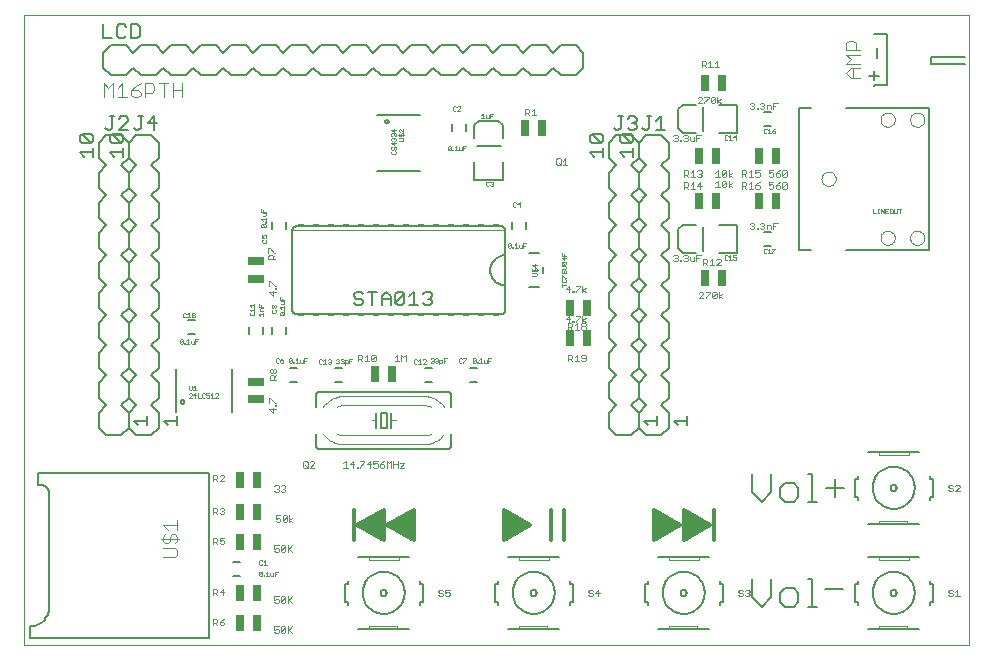
<source format=gto>
G75*
%MOIN*%
%OFA0B0*%
%FSLAX24Y24*%
%IPPOS*%
%LPD*%
%AMOC8*
5,1,8,0,0,1.08239X$1,22.5*
%
%ADD10C,0.0000*%
%ADD11C,0.0120*%
%ADD12C,0.0080*%
%ADD13C,0.0060*%
%ADD14C,0.0010*%
%ADD15C,0.0050*%
%ADD16C,0.0020*%
%ADD17C,0.0040*%
%ADD18R,0.0256X0.0551*%
%ADD19R,0.0551X0.0256*%
%ADD20R,0.0200X0.0050*%
%ADD21C,0.0070*%
D10*
X001443Y000680D02*
X001443Y021676D01*
X032939Y021676D01*
X032939Y000680D01*
X001443Y000680D01*
X028038Y016230D02*
X028040Y016260D01*
X028046Y016290D01*
X028055Y016319D01*
X028068Y016346D01*
X028085Y016371D01*
X028104Y016394D01*
X028127Y016415D01*
X028152Y016432D01*
X028178Y016446D01*
X028207Y016456D01*
X028236Y016463D01*
X028266Y016466D01*
X028297Y016465D01*
X028327Y016460D01*
X028356Y016451D01*
X028383Y016439D01*
X028409Y016424D01*
X028433Y016405D01*
X028454Y016383D01*
X028472Y016359D01*
X028487Y016332D01*
X028498Y016304D01*
X028506Y016275D01*
X028510Y016245D01*
X028510Y016215D01*
X028506Y016185D01*
X028498Y016156D01*
X028487Y016128D01*
X028472Y016101D01*
X028454Y016077D01*
X028433Y016055D01*
X028409Y016036D01*
X028383Y016021D01*
X028356Y016009D01*
X028327Y016000D01*
X028297Y015995D01*
X028266Y015994D01*
X028236Y015997D01*
X028207Y016004D01*
X028178Y016014D01*
X028152Y016028D01*
X028127Y016045D01*
X028104Y016066D01*
X028085Y016089D01*
X028068Y016114D01*
X028055Y016141D01*
X028046Y016170D01*
X028040Y016200D01*
X028038Y016230D01*
X030007Y018199D02*
X030009Y018229D01*
X030015Y018259D01*
X030024Y018288D01*
X030037Y018315D01*
X030054Y018340D01*
X030073Y018363D01*
X030096Y018384D01*
X030121Y018401D01*
X030147Y018415D01*
X030176Y018425D01*
X030205Y018432D01*
X030235Y018435D01*
X030266Y018434D01*
X030296Y018429D01*
X030325Y018420D01*
X030352Y018408D01*
X030378Y018393D01*
X030402Y018374D01*
X030423Y018352D01*
X030441Y018328D01*
X030456Y018301D01*
X030467Y018273D01*
X030475Y018244D01*
X030479Y018214D01*
X030479Y018184D01*
X030475Y018154D01*
X030467Y018125D01*
X030456Y018097D01*
X030441Y018070D01*
X030423Y018046D01*
X030402Y018024D01*
X030378Y018005D01*
X030352Y017990D01*
X030325Y017978D01*
X030296Y017969D01*
X030266Y017964D01*
X030235Y017963D01*
X030205Y017966D01*
X030176Y017973D01*
X030147Y017983D01*
X030121Y017997D01*
X030096Y018014D01*
X030073Y018035D01*
X030054Y018058D01*
X030037Y018083D01*
X030024Y018110D01*
X030015Y018139D01*
X030009Y018169D01*
X030007Y018199D01*
X030991Y018199D02*
X030993Y018229D01*
X030999Y018259D01*
X031008Y018288D01*
X031021Y018315D01*
X031038Y018340D01*
X031057Y018363D01*
X031080Y018384D01*
X031105Y018401D01*
X031131Y018415D01*
X031160Y018425D01*
X031189Y018432D01*
X031219Y018435D01*
X031250Y018434D01*
X031280Y018429D01*
X031309Y018420D01*
X031336Y018408D01*
X031362Y018393D01*
X031386Y018374D01*
X031407Y018352D01*
X031425Y018328D01*
X031440Y018301D01*
X031451Y018273D01*
X031459Y018244D01*
X031463Y018214D01*
X031463Y018184D01*
X031459Y018154D01*
X031451Y018125D01*
X031440Y018097D01*
X031425Y018070D01*
X031407Y018046D01*
X031386Y018024D01*
X031362Y018005D01*
X031336Y017990D01*
X031309Y017978D01*
X031280Y017969D01*
X031250Y017964D01*
X031219Y017963D01*
X031189Y017966D01*
X031160Y017973D01*
X031131Y017983D01*
X031105Y017997D01*
X031080Y018014D01*
X031057Y018035D01*
X031038Y018058D01*
X031021Y018083D01*
X031008Y018110D01*
X030999Y018139D01*
X030993Y018169D01*
X030991Y018199D01*
X030991Y014261D02*
X030993Y014291D01*
X030999Y014321D01*
X031008Y014350D01*
X031021Y014377D01*
X031038Y014402D01*
X031057Y014425D01*
X031080Y014446D01*
X031105Y014463D01*
X031131Y014477D01*
X031160Y014487D01*
X031189Y014494D01*
X031219Y014497D01*
X031250Y014496D01*
X031280Y014491D01*
X031309Y014482D01*
X031336Y014470D01*
X031362Y014455D01*
X031386Y014436D01*
X031407Y014414D01*
X031425Y014390D01*
X031440Y014363D01*
X031451Y014335D01*
X031459Y014306D01*
X031463Y014276D01*
X031463Y014246D01*
X031459Y014216D01*
X031451Y014187D01*
X031440Y014159D01*
X031425Y014132D01*
X031407Y014108D01*
X031386Y014086D01*
X031362Y014067D01*
X031336Y014052D01*
X031309Y014040D01*
X031280Y014031D01*
X031250Y014026D01*
X031219Y014025D01*
X031189Y014028D01*
X031160Y014035D01*
X031131Y014045D01*
X031105Y014059D01*
X031080Y014076D01*
X031057Y014097D01*
X031038Y014120D01*
X031021Y014145D01*
X031008Y014172D01*
X030999Y014201D01*
X030993Y014231D01*
X030991Y014261D01*
X030007Y014261D02*
X030009Y014291D01*
X030015Y014321D01*
X030024Y014350D01*
X030037Y014377D01*
X030054Y014402D01*
X030073Y014425D01*
X030096Y014446D01*
X030121Y014463D01*
X030147Y014477D01*
X030176Y014487D01*
X030205Y014494D01*
X030235Y014497D01*
X030266Y014496D01*
X030296Y014491D01*
X030325Y014482D01*
X030352Y014470D01*
X030378Y014455D01*
X030402Y014436D01*
X030423Y014414D01*
X030441Y014390D01*
X030456Y014363D01*
X030467Y014335D01*
X030475Y014306D01*
X030479Y014276D01*
X030479Y014246D01*
X030475Y014216D01*
X030467Y014187D01*
X030456Y014159D01*
X030441Y014132D01*
X030423Y014108D01*
X030402Y014086D01*
X030378Y014067D01*
X030352Y014052D01*
X030325Y014040D01*
X030296Y014031D01*
X030266Y014026D01*
X030235Y014025D01*
X030205Y014028D01*
X030176Y014035D01*
X030147Y014045D01*
X030121Y014059D01*
X030096Y014076D01*
X030073Y014097D01*
X030054Y014120D01*
X030037Y014145D01*
X030024Y014172D01*
X030015Y014201D01*
X030009Y014231D01*
X030007Y014261D01*
D11*
X024443Y005180D02*
X024443Y004180D01*
X024165Y004591D02*
X023443Y004591D01*
X023443Y004709D02*
X024272Y004709D01*
X024323Y004680D02*
X023443Y005180D01*
X023443Y004180D01*
X024323Y004680D01*
X024063Y004828D02*
X023443Y004828D01*
X023443Y004946D02*
X023855Y004946D01*
X023646Y005065D02*
X023443Y005065D01*
X023272Y004709D02*
X022443Y004709D01*
X022443Y004591D02*
X023165Y004591D01*
X023323Y004680D02*
X022443Y005180D01*
X022443Y004180D01*
X023323Y004680D01*
X023443Y004472D02*
X023957Y004472D01*
X023748Y004354D02*
X023443Y004354D01*
X023443Y004235D02*
X023540Y004235D01*
X022957Y004472D02*
X022443Y004472D01*
X022443Y004354D02*
X022748Y004354D01*
X022540Y004235D02*
X022443Y004235D01*
X022443Y004828D02*
X023063Y004828D01*
X022855Y004946D02*
X022443Y004946D01*
X022443Y005065D02*
X022646Y005065D01*
X019443Y005180D02*
X019443Y004180D01*
X019023Y004180D02*
X019023Y005180D01*
X018323Y004680D02*
X017443Y005180D01*
X017443Y004180D01*
X018323Y004680D01*
X018272Y004709D02*
X017443Y004709D01*
X017443Y004591D02*
X018165Y004591D01*
X017957Y004472D02*
X017443Y004472D01*
X017443Y004354D02*
X017748Y004354D01*
X017540Y004235D02*
X017443Y004235D01*
X017443Y004828D02*
X018063Y004828D01*
X017855Y004946D02*
X017443Y004946D01*
X017443Y005065D02*
X017646Y005065D01*
X014443Y005065D02*
X014240Y005065D01*
X014443Y005180D02*
X013563Y004680D01*
X014443Y004180D01*
X014443Y005180D01*
X014443Y004946D02*
X014031Y004946D01*
X013822Y004828D02*
X014443Y004828D01*
X014443Y004709D02*
X013614Y004709D01*
X013720Y004591D02*
X014443Y004591D01*
X014443Y004472D02*
X013929Y004472D01*
X014137Y004354D02*
X014443Y004354D01*
X014443Y004235D02*
X014346Y004235D01*
X013443Y004235D02*
X013346Y004235D01*
X013443Y004180D02*
X012563Y004680D01*
X013443Y005180D01*
X013443Y004180D01*
X013443Y004354D02*
X013137Y004354D01*
X012929Y004472D02*
X013443Y004472D01*
X013443Y004591D02*
X012720Y004591D01*
X012614Y004709D02*
X013443Y004709D01*
X013443Y004828D02*
X012822Y004828D01*
X013031Y004946D02*
X013443Y004946D01*
X013443Y005065D02*
X013240Y005065D01*
X012443Y005180D02*
X012443Y004180D01*
D12*
X006676Y008790D02*
X006678Y008805D01*
X006684Y008818D01*
X006693Y008830D01*
X006704Y008839D01*
X006718Y008845D01*
X006733Y008847D01*
X006748Y008845D01*
X006761Y008839D01*
X006773Y008830D01*
X006782Y008819D01*
X006788Y008805D01*
X006790Y008790D01*
X006788Y008775D01*
X006782Y008762D01*
X006773Y008750D01*
X006762Y008741D01*
X006748Y008735D01*
X006733Y008733D01*
X006718Y008735D01*
X006705Y008741D01*
X006693Y008750D01*
X006684Y008761D01*
X006678Y008775D01*
X006676Y008790D01*
X018274Y012620D02*
X018612Y012620D01*
X018762Y013074D02*
X018762Y013286D01*
X018612Y013740D02*
X018274Y013740D01*
X017415Y016196D02*
X016470Y016196D01*
X016470Y016786D01*
X017415Y016786D02*
X017415Y016196D01*
X017415Y017574D02*
X017415Y018007D01*
X017258Y018164D01*
X016628Y018164D01*
X016470Y018007D01*
X016470Y017574D01*
X013496Y018140D02*
X013498Y018155D01*
X013504Y018168D01*
X013513Y018180D01*
X013524Y018189D01*
X013538Y018195D01*
X013553Y018197D01*
X013568Y018195D01*
X013581Y018189D01*
X013593Y018180D01*
X013602Y018169D01*
X013608Y018155D01*
X013610Y018140D01*
X013608Y018125D01*
X013602Y018112D01*
X013593Y018100D01*
X013582Y018091D01*
X013568Y018085D01*
X013553Y018083D01*
X013538Y018085D01*
X013525Y018091D01*
X013513Y018100D01*
X013504Y018111D01*
X013498Y018125D01*
X013496Y018140D01*
X013342Y019680D02*
X013092Y019930D01*
X012842Y019680D01*
X012342Y019680D01*
X012092Y019930D01*
X011842Y019680D01*
X011342Y019680D01*
X011092Y019930D01*
X010842Y019680D01*
X010342Y019680D01*
X010092Y019930D01*
X009842Y019680D01*
X009342Y019680D01*
X009092Y019930D01*
X008842Y019680D01*
X008342Y019680D01*
X008092Y019930D01*
X007842Y019680D01*
X007342Y019680D01*
X007092Y019930D01*
X006842Y019680D01*
X006342Y019680D01*
X006092Y019930D01*
X005842Y019680D01*
X005342Y019680D01*
X005092Y019930D01*
X004842Y019680D01*
X004342Y019680D01*
X004092Y019930D01*
X004092Y020430D01*
X004342Y020680D01*
X004842Y020680D01*
X005092Y020430D01*
X005342Y020680D01*
X005842Y020680D01*
X006092Y020430D01*
X006342Y020680D01*
X006842Y020680D01*
X007092Y020430D01*
X007342Y020680D01*
X007842Y020680D01*
X008092Y020430D01*
X008342Y020680D01*
X008842Y020680D01*
X009092Y020430D01*
X009342Y020680D01*
X009842Y020680D01*
X010092Y020430D01*
X010342Y020680D01*
X010842Y020680D01*
X011092Y020430D01*
X011342Y020680D01*
X011842Y020680D01*
X012092Y020430D01*
X012342Y020680D01*
X012842Y020680D01*
X013092Y020430D01*
X013342Y020680D01*
X013842Y020680D01*
X014092Y020430D01*
X014342Y020680D01*
X014842Y020680D01*
X015092Y020430D01*
X015342Y020680D01*
X015842Y020680D01*
X016092Y020430D01*
X016342Y020680D01*
X016842Y020680D01*
X017092Y020430D01*
X017342Y020680D01*
X017842Y020680D01*
X018092Y020430D01*
X018342Y020680D01*
X018842Y020680D01*
X019092Y020430D01*
X019342Y020680D01*
X019842Y020680D01*
X020092Y020430D01*
X020092Y019930D01*
X019842Y019680D01*
X019342Y019680D01*
X019092Y019930D01*
X018842Y019680D01*
X018342Y019680D01*
X018092Y019930D01*
X017842Y019680D01*
X017342Y019680D01*
X017092Y019930D01*
X016842Y019680D01*
X016342Y019680D01*
X016092Y019930D01*
X015842Y019680D01*
X015342Y019680D01*
X015092Y019930D01*
X014842Y019680D01*
X014342Y019680D01*
X014092Y019930D01*
X013842Y019680D01*
X013342Y019680D01*
X020092Y019930D02*
X020092Y020430D01*
X023259Y018545D02*
X023259Y017915D01*
X023416Y017758D01*
X023849Y017758D01*
X024637Y017758D02*
X025227Y017758D01*
X025227Y018702D01*
X024637Y018702D01*
X023849Y018702D02*
X023416Y018702D01*
X023259Y018545D01*
X027290Y018592D02*
X027684Y018592D01*
X027290Y018592D02*
X027290Y013868D01*
X027684Y013868D01*
X028865Y013868D02*
X031621Y013868D01*
X031621Y018592D01*
X028865Y018592D01*
X025227Y014702D02*
X024637Y014702D01*
X025227Y014702D02*
X025227Y013758D01*
X024637Y013758D01*
X023849Y013758D02*
X023416Y013758D01*
X023259Y013915D01*
X023259Y014545D01*
X023416Y014702D01*
X023849Y014702D01*
X025733Y006391D02*
X025733Y005777D01*
X026040Y005470D01*
X026347Y005777D01*
X026347Y006391D01*
X026807Y006084D02*
X026654Y005930D01*
X026654Y005623D01*
X026807Y005470D01*
X027114Y005470D01*
X027267Y005623D01*
X027267Y005930D01*
X027114Y006084D01*
X026807Y006084D01*
X027574Y006391D02*
X027728Y006391D01*
X027728Y005470D01*
X027881Y005470D02*
X027574Y005470D01*
X028188Y005930D02*
X028802Y005930D01*
X028495Y006237D02*
X028495Y005623D01*
X027728Y002891D02*
X027728Y001970D01*
X027881Y001970D02*
X027574Y001970D01*
X027267Y002123D02*
X027267Y002430D01*
X027114Y002584D01*
X026807Y002584D01*
X026654Y002430D01*
X026654Y002123D01*
X026807Y001970D01*
X027114Y001970D01*
X027267Y002123D01*
X026347Y002277D02*
X026347Y002891D01*
X025733Y002891D02*
X025733Y002277D01*
X026040Y001970D01*
X026347Y002277D01*
X027574Y002891D02*
X027728Y002891D01*
X028143Y002560D02*
X028757Y002560D01*
X004092Y019930D02*
X004092Y020430D01*
D13*
X004193Y017680D02*
X004693Y017680D01*
X004943Y017430D01*
X005193Y017680D01*
X005693Y017680D01*
X005943Y017430D01*
X005943Y016930D01*
X005693Y016680D01*
X005943Y016430D01*
X005943Y015930D01*
X005693Y015680D01*
X005943Y015430D01*
X005943Y014930D01*
X005693Y014680D01*
X005943Y014430D01*
X005943Y013930D01*
X005693Y013680D01*
X005943Y013430D01*
X005943Y012930D01*
X005693Y012680D01*
X005943Y012430D01*
X005943Y011930D01*
X005693Y011680D01*
X005943Y011430D01*
X005943Y010930D01*
X005693Y010680D01*
X005943Y010430D01*
X005943Y009930D01*
X005693Y009680D01*
X005943Y009430D01*
X005943Y008930D01*
X005693Y008680D01*
X005943Y008430D01*
X005943Y007930D01*
X005693Y007680D01*
X005193Y007680D01*
X004943Y007930D01*
X004943Y008430D01*
X005193Y008680D01*
X004943Y008930D01*
X004943Y009430D01*
X005193Y009680D01*
X004943Y009930D01*
X004943Y010430D01*
X005193Y010680D01*
X004943Y010930D01*
X004943Y011430D01*
X005193Y011680D01*
X004943Y011930D01*
X004943Y012430D01*
X005193Y012680D01*
X004943Y012930D01*
X004943Y013430D01*
X005193Y013680D01*
X004943Y013930D01*
X004943Y014430D01*
X005193Y014680D01*
X004943Y014930D01*
X004943Y015430D01*
X005193Y015680D01*
X004943Y015930D01*
X004943Y016430D01*
X005193Y016680D01*
X004943Y016930D01*
X004943Y017430D01*
X004943Y016930D01*
X004693Y016680D01*
X004943Y016430D01*
X004943Y015930D01*
X004693Y015680D01*
X004943Y015430D01*
X004943Y014930D01*
X004693Y014680D01*
X004943Y014430D01*
X004943Y013930D01*
X004693Y013680D01*
X004943Y013430D01*
X004943Y012930D01*
X004693Y012680D01*
X004943Y012430D01*
X004943Y011930D01*
X004693Y011680D01*
X004943Y011430D01*
X004943Y010930D01*
X004693Y010680D01*
X004943Y010430D01*
X004943Y009930D01*
X004693Y009680D01*
X004943Y009430D01*
X004943Y008930D01*
X004693Y008680D01*
X004943Y008430D01*
X004943Y007930D01*
X004693Y007680D01*
X004193Y007680D01*
X003943Y007930D01*
X003943Y008430D01*
X004193Y008680D01*
X003943Y008930D01*
X003943Y009430D01*
X004193Y009680D01*
X003943Y009930D01*
X003943Y010430D01*
X004193Y010680D01*
X003943Y010930D01*
X003943Y011430D01*
X004193Y011680D01*
X003943Y011930D01*
X003943Y012430D01*
X004193Y012680D01*
X003943Y012930D01*
X003943Y013430D01*
X004193Y013680D01*
X003943Y013930D01*
X003943Y014430D01*
X004193Y014680D01*
X003943Y014930D01*
X003943Y015430D01*
X004193Y015680D01*
X003943Y015930D01*
X003943Y016430D01*
X004193Y016680D01*
X003943Y016930D01*
X003943Y017430D01*
X004193Y017680D01*
X009707Y014798D02*
X009707Y014562D01*
X010179Y014562D02*
X010179Y014798D01*
X010393Y014500D02*
X010393Y011860D01*
X010395Y011837D01*
X010400Y011814D01*
X010409Y011792D01*
X010422Y011772D01*
X010437Y011754D01*
X010455Y011739D01*
X010475Y011726D01*
X010497Y011717D01*
X010520Y011712D01*
X010543Y011710D01*
X017343Y011710D01*
X017366Y011712D01*
X017389Y011717D01*
X017411Y011726D01*
X017431Y011739D01*
X017449Y011754D01*
X017464Y011772D01*
X017477Y011792D01*
X017486Y011814D01*
X017491Y011837D01*
X017493Y011860D01*
X017493Y012680D01*
X017493Y013680D01*
X017493Y014500D01*
X017491Y014523D01*
X017486Y014546D01*
X017477Y014568D01*
X017464Y014588D01*
X017449Y014606D01*
X017431Y014621D01*
X017411Y014634D01*
X017389Y014643D01*
X017366Y014648D01*
X017343Y014650D01*
X010543Y014650D01*
X010520Y014648D01*
X010497Y014643D01*
X010475Y014634D01*
X010455Y014621D01*
X010437Y014606D01*
X010422Y014588D01*
X010409Y014568D01*
X010400Y014546D01*
X010395Y014523D01*
X010393Y014500D01*
X013233Y016500D02*
X014653Y016500D01*
X015707Y017812D02*
X015707Y018048D01*
X016179Y018048D02*
X016179Y017812D01*
X014653Y018360D02*
X013233Y018360D01*
X017707Y014798D02*
X017707Y014562D01*
X018179Y014562D02*
X018179Y014798D01*
X017493Y013680D02*
X017449Y013678D01*
X017406Y013672D01*
X017364Y013663D01*
X017322Y013650D01*
X017282Y013633D01*
X017243Y013613D01*
X017206Y013590D01*
X017172Y013563D01*
X017139Y013534D01*
X017110Y013501D01*
X017083Y013467D01*
X017060Y013430D01*
X017040Y013391D01*
X017023Y013351D01*
X017010Y013309D01*
X017001Y013267D01*
X016995Y013224D01*
X016993Y013180D01*
X016995Y013136D01*
X017001Y013093D01*
X017010Y013051D01*
X017023Y013009D01*
X017040Y012969D01*
X017060Y012930D01*
X017083Y012893D01*
X017110Y012859D01*
X017139Y012826D01*
X017172Y012797D01*
X017206Y012770D01*
X017243Y012747D01*
X017282Y012727D01*
X017322Y012710D01*
X017364Y012697D01*
X017406Y012688D01*
X017449Y012682D01*
X017493Y012680D01*
X020943Y012430D02*
X020943Y011930D01*
X021193Y011680D01*
X020943Y011430D01*
X020943Y010930D01*
X021193Y010680D01*
X020943Y010430D01*
X020943Y009930D01*
X021193Y009680D01*
X020943Y009430D01*
X020943Y008930D01*
X021193Y008680D01*
X020943Y008430D01*
X020943Y007930D01*
X021193Y007680D01*
X021693Y007680D01*
X021943Y007930D01*
X021943Y008430D01*
X021693Y008680D01*
X021943Y008930D01*
X021943Y009430D01*
X021693Y009680D01*
X021943Y009930D01*
X021943Y010430D01*
X021693Y010680D01*
X021943Y010930D01*
X021943Y011430D01*
X021693Y011680D01*
X021943Y011930D01*
X021943Y012430D01*
X021693Y012680D01*
X021943Y012930D01*
X021943Y013430D01*
X021693Y013680D01*
X021943Y013930D01*
X021943Y014430D01*
X021693Y014680D01*
X021943Y014930D01*
X021943Y015430D01*
X021693Y015680D01*
X021943Y015930D01*
X021943Y016430D01*
X021693Y016680D01*
X021943Y016930D01*
X021943Y017430D01*
X021693Y017680D01*
X021193Y017680D01*
X020943Y017430D01*
X020943Y016930D01*
X021193Y016680D01*
X020943Y016430D01*
X020943Y015930D01*
X021193Y015680D01*
X020943Y015430D01*
X020943Y014930D01*
X021193Y014680D01*
X020943Y014430D01*
X020943Y013930D01*
X021193Y013680D01*
X020943Y013430D01*
X020943Y012930D01*
X021193Y012680D01*
X020943Y012430D01*
X021943Y012430D02*
X021943Y011930D01*
X022193Y011680D01*
X021943Y011430D01*
X021943Y010930D01*
X022193Y010680D01*
X021943Y010430D01*
X021943Y009930D01*
X022193Y009680D01*
X021943Y009430D01*
X021943Y008930D01*
X022193Y008680D01*
X021943Y008430D01*
X021943Y007930D01*
X022193Y007680D01*
X022693Y007680D01*
X022943Y007930D01*
X022943Y008430D01*
X022693Y008680D01*
X022943Y008930D01*
X022943Y009430D01*
X022693Y009680D01*
X022943Y009930D01*
X022943Y010430D01*
X022693Y010680D01*
X022943Y010930D01*
X022943Y011430D01*
X022693Y011680D01*
X022943Y011930D01*
X022943Y012430D01*
X022693Y012680D01*
X022943Y012930D01*
X022943Y013430D01*
X022693Y013680D01*
X022943Y013930D01*
X022943Y014430D01*
X022693Y014680D01*
X022943Y014930D01*
X022943Y015430D01*
X022693Y015680D01*
X022943Y015930D01*
X022943Y016430D01*
X022693Y016680D01*
X022943Y016930D01*
X022943Y017430D01*
X022693Y017680D01*
X022193Y017680D01*
X021943Y017430D01*
X021943Y016930D01*
X022193Y016680D01*
X021943Y016430D01*
X021943Y015930D01*
X022193Y015680D01*
X021943Y015430D01*
X021943Y014930D01*
X022193Y014680D01*
X021943Y014430D01*
X021943Y013930D01*
X022193Y013680D01*
X021943Y013430D01*
X021943Y012930D01*
X022193Y012680D01*
X021943Y012430D01*
X026125Y013994D02*
X026361Y013994D01*
X026361Y014466D02*
X026125Y014466D01*
X026125Y017994D02*
X026361Y017994D01*
X026361Y018466D02*
X026125Y018466D01*
X016561Y009916D02*
X016325Y009916D01*
X016325Y009444D02*
X016561Y009444D01*
X015693Y009030D02*
X015693Y008630D01*
X015693Y009030D02*
X015691Y009047D01*
X015687Y009064D01*
X015680Y009080D01*
X015670Y009094D01*
X015657Y009107D01*
X015643Y009117D01*
X015627Y009124D01*
X015610Y009128D01*
X015593Y009130D01*
X011293Y009130D01*
X011276Y009128D01*
X011259Y009124D01*
X011243Y009117D01*
X011229Y009107D01*
X011216Y009094D01*
X011206Y009080D01*
X011199Y009064D01*
X011195Y009047D01*
X011193Y009030D01*
X011193Y008630D01*
X011825Y009444D02*
X012061Y009444D01*
X012061Y009916D02*
X011825Y009916D01*
X010561Y009916D02*
X010325Y009916D01*
X010325Y009444D02*
X010561Y009444D01*
X008373Y009890D02*
X008373Y008470D01*
X006513Y008470D02*
X006513Y009890D01*
X006925Y011044D02*
X007161Y011044D01*
X007161Y011516D02*
X006925Y011516D01*
X008957Y011298D02*
X008957Y011062D01*
X009429Y011062D02*
X009429Y011298D01*
X009707Y011298D02*
X009707Y011062D01*
X010179Y011062D02*
X010179Y011298D01*
X013193Y008430D02*
X013193Y008180D01*
X013193Y007930D01*
X013343Y007930D02*
X013543Y007930D01*
X013543Y008430D01*
X013343Y008430D01*
X013343Y007930D01*
X013693Y007930D02*
X013693Y008180D01*
X013693Y008430D01*
X014825Y009444D02*
X015061Y009444D01*
X015061Y009916D02*
X014825Y009916D01*
X015693Y007730D02*
X015693Y007330D01*
X015691Y007313D01*
X015687Y007296D01*
X015680Y007280D01*
X015670Y007266D01*
X015657Y007253D01*
X015643Y007243D01*
X015627Y007236D01*
X015610Y007232D01*
X015593Y007230D01*
X011293Y007230D01*
X011276Y007232D01*
X011259Y007236D01*
X011243Y007243D01*
X011229Y007253D01*
X011216Y007266D01*
X011206Y007280D01*
X011199Y007296D01*
X011195Y007313D01*
X011193Y007330D01*
X011193Y007730D01*
X012593Y003630D02*
X012943Y003630D01*
X013943Y003630D01*
X014293Y003630D01*
X014643Y002830D02*
X014643Y002730D01*
X014743Y002730D01*
X014743Y002130D01*
X014643Y002130D01*
X014643Y002030D01*
X014293Y001230D02*
X013893Y001230D01*
X012943Y001230D01*
X012593Y001230D01*
X012243Y002030D02*
X012243Y002130D01*
X012143Y002130D01*
X012143Y002730D01*
X012243Y002730D01*
X012243Y002830D01*
X013343Y002430D02*
X013345Y002450D01*
X013351Y002468D01*
X013360Y002486D01*
X013372Y002501D01*
X013387Y002513D01*
X013405Y002522D01*
X013423Y002528D01*
X013443Y002530D01*
X013463Y002528D01*
X013481Y002522D01*
X013499Y002513D01*
X013514Y002501D01*
X013526Y002486D01*
X013535Y002468D01*
X013541Y002450D01*
X013543Y002430D01*
X013541Y002410D01*
X013535Y002392D01*
X013526Y002374D01*
X013514Y002359D01*
X013499Y002347D01*
X013481Y002338D01*
X013463Y002332D01*
X013443Y002330D01*
X013423Y002332D01*
X013405Y002338D01*
X013387Y002347D01*
X013372Y002359D01*
X013360Y002374D01*
X013351Y002392D01*
X013345Y002410D01*
X013343Y002430D01*
X012743Y002430D02*
X012745Y002482D01*
X012751Y002534D01*
X012761Y002586D01*
X012774Y002636D01*
X012791Y002686D01*
X012812Y002734D01*
X012837Y002780D01*
X012865Y002824D01*
X012896Y002866D01*
X012930Y002906D01*
X012967Y002943D01*
X013007Y002977D01*
X013049Y003008D01*
X013093Y003036D01*
X013139Y003061D01*
X013187Y003082D01*
X013237Y003099D01*
X013287Y003112D01*
X013339Y003122D01*
X013391Y003128D01*
X013443Y003130D01*
X013495Y003128D01*
X013547Y003122D01*
X013599Y003112D01*
X013649Y003099D01*
X013699Y003082D01*
X013747Y003061D01*
X013793Y003036D01*
X013837Y003008D01*
X013879Y002977D01*
X013919Y002943D01*
X013956Y002906D01*
X013990Y002866D01*
X014021Y002824D01*
X014049Y002780D01*
X014074Y002734D01*
X014095Y002686D01*
X014112Y002636D01*
X014125Y002586D01*
X014135Y002534D01*
X014141Y002482D01*
X014143Y002430D01*
X014141Y002378D01*
X014135Y002326D01*
X014125Y002274D01*
X014112Y002224D01*
X014095Y002174D01*
X014074Y002126D01*
X014049Y002080D01*
X014021Y002036D01*
X013990Y001994D01*
X013956Y001954D01*
X013919Y001917D01*
X013879Y001883D01*
X013837Y001852D01*
X013793Y001824D01*
X013747Y001799D01*
X013699Y001778D01*
X013649Y001761D01*
X013599Y001748D01*
X013547Y001738D01*
X013495Y001732D01*
X013443Y001730D01*
X013391Y001732D01*
X013339Y001738D01*
X013287Y001748D01*
X013237Y001761D01*
X013187Y001778D01*
X013139Y001799D01*
X013093Y001824D01*
X013049Y001852D01*
X013007Y001883D01*
X012967Y001917D01*
X012930Y001954D01*
X012896Y001994D01*
X012865Y002036D01*
X012837Y002080D01*
X012812Y002126D01*
X012791Y002174D01*
X012774Y002224D01*
X012761Y002274D01*
X012751Y002326D01*
X012745Y002378D01*
X012743Y002430D01*
X008661Y002994D02*
X008425Y002994D01*
X008425Y003466D02*
X008661Y003466D01*
X017143Y002730D02*
X017143Y002130D01*
X017243Y002130D01*
X017243Y002030D01*
X017243Y002730D02*
X017143Y002730D01*
X017243Y002730D02*
X017243Y002830D01*
X017593Y003630D02*
X017943Y003630D01*
X018943Y003630D01*
X019293Y003630D01*
X019643Y002830D02*
X019643Y002730D01*
X019743Y002730D01*
X019743Y002130D01*
X019643Y002130D01*
X019643Y002030D01*
X019293Y001230D02*
X018893Y001230D01*
X017943Y001230D01*
X017593Y001230D01*
X018343Y002430D02*
X018345Y002450D01*
X018351Y002468D01*
X018360Y002486D01*
X018372Y002501D01*
X018387Y002513D01*
X018405Y002522D01*
X018423Y002528D01*
X018443Y002530D01*
X018463Y002528D01*
X018481Y002522D01*
X018499Y002513D01*
X018514Y002501D01*
X018526Y002486D01*
X018535Y002468D01*
X018541Y002450D01*
X018543Y002430D01*
X018541Y002410D01*
X018535Y002392D01*
X018526Y002374D01*
X018514Y002359D01*
X018499Y002347D01*
X018481Y002338D01*
X018463Y002332D01*
X018443Y002330D01*
X018423Y002332D01*
X018405Y002338D01*
X018387Y002347D01*
X018372Y002359D01*
X018360Y002374D01*
X018351Y002392D01*
X018345Y002410D01*
X018343Y002430D01*
X017743Y002430D02*
X017745Y002482D01*
X017751Y002534D01*
X017761Y002586D01*
X017774Y002636D01*
X017791Y002686D01*
X017812Y002734D01*
X017837Y002780D01*
X017865Y002824D01*
X017896Y002866D01*
X017930Y002906D01*
X017967Y002943D01*
X018007Y002977D01*
X018049Y003008D01*
X018093Y003036D01*
X018139Y003061D01*
X018187Y003082D01*
X018237Y003099D01*
X018287Y003112D01*
X018339Y003122D01*
X018391Y003128D01*
X018443Y003130D01*
X018495Y003128D01*
X018547Y003122D01*
X018599Y003112D01*
X018649Y003099D01*
X018699Y003082D01*
X018747Y003061D01*
X018793Y003036D01*
X018837Y003008D01*
X018879Y002977D01*
X018919Y002943D01*
X018956Y002906D01*
X018990Y002866D01*
X019021Y002824D01*
X019049Y002780D01*
X019074Y002734D01*
X019095Y002686D01*
X019112Y002636D01*
X019125Y002586D01*
X019135Y002534D01*
X019141Y002482D01*
X019143Y002430D01*
X019141Y002378D01*
X019135Y002326D01*
X019125Y002274D01*
X019112Y002224D01*
X019095Y002174D01*
X019074Y002126D01*
X019049Y002080D01*
X019021Y002036D01*
X018990Y001994D01*
X018956Y001954D01*
X018919Y001917D01*
X018879Y001883D01*
X018837Y001852D01*
X018793Y001824D01*
X018747Y001799D01*
X018699Y001778D01*
X018649Y001761D01*
X018599Y001748D01*
X018547Y001738D01*
X018495Y001732D01*
X018443Y001730D01*
X018391Y001732D01*
X018339Y001738D01*
X018287Y001748D01*
X018237Y001761D01*
X018187Y001778D01*
X018139Y001799D01*
X018093Y001824D01*
X018049Y001852D01*
X018007Y001883D01*
X017967Y001917D01*
X017930Y001954D01*
X017896Y001994D01*
X017865Y002036D01*
X017837Y002080D01*
X017812Y002126D01*
X017791Y002174D01*
X017774Y002224D01*
X017761Y002274D01*
X017751Y002326D01*
X017745Y002378D01*
X017743Y002430D01*
X022143Y002130D02*
X022243Y002130D01*
X022243Y002030D01*
X022143Y002130D02*
X022143Y002730D01*
X022243Y002730D01*
X022243Y002830D01*
X022593Y003630D02*
X022943Y003630D01*
X023943Y003630D01*
X024293Y003630D01*
X024643Y002830D02*
X024643Y002730D01*
X024743Y002730D01*
X024743Y002130D01*
X024643Y002130D01*
X024643Y002030D01*
X024293Y001230D02*
X023893Y001230D01*
X022943Y001230D01*
X022593Y001230D01*
X023343Y002430D02*
X023345Y002450D01*
X023351Y002468D01*
X023360Y002486D01*
X023372Y002501D01*
X023387Y002513D01*
X023405Y002522D01*
X023423Y002528D01*
X023443Y002530D01*
X023463Y002528D01*
X023481Y002522D01*
X023499Y002513D01*
X023514Y002501D01*
X023526Y002486D01*
X023535Y002468D01*
X023541Y002450D01*
X023543Y002430D01*
X023541Y002410D01*
X023535Y002392D01*
X023526Y002374D01*
X023514Y002359D01*
X023499Y002347D01*
X023481Y002338D01*
X023463Y002332D01*
X023443Y002330D01*
X023423Y002332D01*
X023405Y002338D01*
X023387Y002347D01*
X023372Y002359D01*
X023360Y002374D01*
X023351Y002392D01*
X023345Y002410D01*
X023343Y002430D01*
X022743Y002430D02*
X022745Y002482D01*
X022751Y002534D01*
X022761Y002586D01*
X022774Y002636D01*
X022791Y002686D01*
X022812Y002734D01*
X022837Y002780D01*
X022865Y002824D01*
X022896Y002866D01*
X022930Y002906D01*
X022967Y002943D01*
X023007Y002977D01*
X023049Y003008D01*
X023093Y003036D01*
X023139Y003061D01*
X023187Y003082D01*
X023237Y003099D01*
X023287Y003112D01*
X023339Y003122D01*
X023391Y003128D01*
X023443Y003130D01*
X023495Y003128D01*
X023547Y003122D01*
X023599Y003112D01*
X023649Y003099D01*
X023699Y003082D01*
X023747Y003061D01*
X023793Y003036D01*
X023837Y003008D01*
X023879Y002977D01*
X023919Y002943D01*
X023956Y002906D01*
X023990Y002866D01*
X024021Y002824D01*
X024049Y002780D01*
X024074Y002734D01*
X024095Y002686D01*
X024112Y002636D01*
X024125Y002586D01*
X024135Y002534D01*
X024141Y002482D01*
X024143Y002430D01*
X024141Y002378D01*
X024135Y002326D01*
X024125Y002274D01*
X024112Y002224D01*
X024095Y002174D01*
X024074Y002126D01*
X024049Y002080D01*
X024021Y002036D01*
X023990Y001994D01*
X023956Y001954D01*
X023919Y001917D01*
X023879Y001883D01*
X023837Y001852D01*
X023793Y001824D01*
X023747Y001799D01*
X023699Y001778D01*
X023649Y001761D01*
X023599Y001748D01*
X023547Y001738D01*
X023495Y001732D01*
X023443Y001730D01*
X023391Y001732D01*
X023339Y001738D01*
X023287Y001748D01*
X023237Y001761D01*
X023187Y001778D01*
X023139Y001799D01*
X023093Y001824D01*
X023049Y001852D01*
X023007Y001883D01*
X022967Y001917D01*
X022930Y001954D01*
X022896Y001994D01*
X022865Y002036D01*
X022837Y002080D01*
X022812Y002126D01*
X022791Y002174D01*
X022774Y002224D01*
X022761Y002274D01*
X022751Y002326D01*
X022745Y002378D01*
X022743Y002430D01*
X029143Y002130D02*
X029243Y002130D01*
X029243Y002030D01*
X029143Y002130D02*
X029143Y002730D01*
X029243Y002730D01*
X029243Y002830D01*
X029593Y003630D02*
X029943Y003630D01*
X030943Y003630D01*
X031293Y003630D01*
X031643Y002830D02*
X031643Y002730D01*
X031743Y002730D01*
X031743Y002130D01*
X031643Y002130D01*
X031643Y002030D01*
X031293Y001230D02*
X030893Y001230D01*
X029943Y001230D01*
X029593Y001230D01*
X030343Y002430D02*
X030345Y002450D01*
X030351Y002468D01*
X030360Y002486D01*
X030372Y002501D01*
X030387Y002513D01*
X030405Y002522D01*
X030423Y002528D01*
X030443Y002530D01*
X030463Y002528D01*
X030481Y002522D01*
X030499Y002513D01*
X030514Y002501D01*
X030526Y002486D01*
X030535Y002468D01*
X030541Y002450D01*
X030543Y002430D01*
X030541Y002410D01*
X030535Y002392D01*
X030526Y002374D01*
X030514Y002359D01*
X030499Y002347D01*
X030481Y002338D01*
X030463Y002332D01*
X030443Y002330D01*
X030423Y002332D01*
X030405Y002338D01*
X030387Y002347D01*
X030372Y002359D01*
X030360Y002374D01*
X030351Y002392D01*
X030345Y002410D01*
X030343Y002430D01*
X029743Y002430D02*
X029745Y002482D01*
X029751Y002534D01*
X029761Y002586D01*
X029774Y002636D01*
X029791Y002686D01*
X029812Y002734D01*
X029837Y002780D01*
X029865Y002824D01*
X029896Y002866D01*
X029930Y002906D01*
X029967Y002943D01*
X030007Y002977D01*
X030049Y003008D01*
X030093Y003036D01*
X030139Y003061D01*
X030187Y003082D01*
X030237Y003099D01*
X030287Y003112D01*
X030339Y003122D01*
X030391Y003128D01*
X030443Y003130D01*
X030495Y003128D01*
X030547Y003122D01*
X030599Y003112D01*
X030649Y003099D01*
X030699Y003082D01*
X030747Y003061D01*
X030793Y003036D01*
X030837Y003008D01*
X030879Y002977D01*
X030919Y002943D01*
X030956Y002906D01*
X030990Y002866D01*
X031021Y002824D01*
X031049Y002780D01*
X031074Y002734D01*
X031095Y002686D01*
X031112Y002636D01*
X031125Y002586D01*
X031135Y002534D01*
X031141Y002482D01*
X031143Y002430D01*
X031141Y002378D01*
X031135Y002326D01*
X031125Y002274D01*
X031112Y002224D01*
X031095Y002174D01*
X031074Y002126D01*
X031049Y002080D01*
X031021Y002036D01*
X030990Y001994D01*
X030956Y001954D01*
X030919Y001917D01*
X030879Y001883D01*
X030837Y001852D01*
X030793Y001824D01*
X030747Y001799D01*
X030699Y001778D01*
X030649Y001761D01*
X030599Y001748D01*
X030547Y001738D01*
X030495Y001732D01*
X030443Y001730D01*
X030391Y001732D01*
X030339Y001738D01*
X030287Y001748D01*
X030237Y001761D01*
X030187Y001778D01*
X030139Y001799D01*
X030093Y001824D01*
X030049Y001852D01*
X030007Y001883D01*
X029967Y001917D01*
X029930Y001954D01*
X029896Y001994D01*
X029865Y002036D01*
X029837Y002080D01*
X029812Y002126D01*
X029791Y002174D01*
X029774Y002224D01*
X029761Y002274D01*
X029751Y002326D01*
X029745Y002378D01*
X029743Y002430D01*
X029593Y004730D02*
X029943Y004730D01*
X030893Y004730D01*
X031293Y004730D01*
X031643Y005530D02*
X031643Y005630D01*
X031743Y005630D01*
X031743Y006230D01*
X031643Y006230D01*
X031643Y006330D01*
X031293Y007130D02*
X030943Y007130D01*
X029943Y007130D01*
X029593Y007130D01*
X029243Y006330D02*
X029243Y006230D01*
X029143Y006230D01*
X029143Y005630D01*
X029243Y005630D01*
X029243Y005530D01*
X030343Y005930D02*
X030345Y005950D01*
X030351Y005968D01*
X030360Y005986D01*
X030372Y006001D01*
X030387Y006013D01*
X030405Y006022D01*
X030423Y006028D01*
X030443Y006030D01*
X030463Y006028D01*
X030481Y006022D01*
X030499Y006013D01*
X030514Y006001D01*
X030526Y005986D01*
X030535Y005968D01*
X030541Y005950D01*
X030543Y005930D01*
X030541Y005910D01*
X030535Y005892D01*
X030526Y005874D01*
X030514Y005859D01*
X030499Y005847D01*
X030481Y005838D01*
X030463Y005832D01*
X030443Y005830D01*
X030423Y005832D01*
X030405Y005838D01*
X030387Y005847D01*
X030372Y005859D01*
X030360Y005874D01*
X030351Y005892D01*
X030345Y005910D01*
X030343Y005930D01*
X029743Y005930D02*
X029745Y005982D01*
X029751Y006034D01*
X029761Y006086D01*
X029774Y006136D01*
X029791Y006186D01*
X029812Y006234D01*
X029837Y006280D01*
X029865Y006324D01*
X029896Y006366D01*
X029930Y006406D01*
X029967Y006443D01*
X030007Y006477D01*
X030049Y006508D01*
X030093Y006536D01*
X030139Y006561D01*
X030187Y006582D01*
X030237Y006599D01*
X030287Y006612D01*
X030339Y006622D01*
X030391Y006628D01*
X030443Y006630D01*
X030495Y006628D01*
X030547Y006622D01*
X030599Y006612D01*
X030649Y006599D01*
X030699Y006582D01*
X030747Y006561D01*
X030793Y006536D01*
X030837Y006508D01*
X030879Y006477D01*
X030919Y006443D01*
X030956Y006406D01*
X030990Y006366D01*
X031021Y006324D01*
X031049Y006280D01*
X031074Y006234D01*
X031095Y006186D01*
X031112Y006136D01*
X031125Y006086D01*
X031135Y006034D01*
X031141Y005982D01*
X031143Y005930D01*
X031141Y005878D01*
X031135Y005826D01*
X031125Y005774D01*
X031112Y005724D01*
X031095Y005674D01*
X031074Y005626D01*
X031049Y005580D01*
X031021Y005536D01*
X030990Y005494D01*
X030956Y005454D01*
X030919Y005417D01*
X030879Y005383D01*
X030837Y005352D01*
X030793Y005324D01*
X030747Y005299D01*
X030699Y005278D01*
X030649Y005261D01*
X030599Y005248D01*
X030547Y005238D01*
X030495Y005232D01*
X030443Y005230D01*
X030391Y005232D01*
X030339Y005238D01*
X030287Y005248D01*
X030237Y005261D01*
X030187Y005278D01*
X030139Y005299D01*
X030093Y005324D01*
X030049Y005352D01*
X030007Y005383D01*
X029967Y005417D01*
X029930Y005454D01*
X029896Y005494D01*
X029865Y005536D01*
X029837Y005580D01*
X029812Y005626D01*
X029791Y005674D01*
X029774Y005724D01*
X029761Y005774D01*
X029751Y005826D01*
X029745Y005878D01*
X029743Y005930D01*
D14*
X019523Y012681D02*
X019373Y012681D01*
X019373Y012631D02*
X019373Y012731D01*
X019398Y012779D02*
X019373Y012804D01*
X019373Y012854D01*
X019398Y012879D01*
X019373Y012926D02*
X019373Y013026D01*
X019398Y013026D01*
X019498Y012926D01*
X019523Y012926D01*
X019498Y012879D02*
X019523Y012854D01*
X019523Y012804D01*
X019498Y012779D01*
X019398Y012779D01*
X019398Y013073D02*
X019373Y013098D01*
X019373Y013148D01*
X019398Y013173D01*
X019373Y013221D02*
X019498Y013221D01*
X019523Y013246D01*
X019523Y013296D01*
X019498Y013321D01*
X019373Y013321D01*
X019398Y013368D02*
X019373Y013393D01*
X019373Y013443D01*
X019398Y013468D01*
X019498Y013368D01*
X019523Y013393D01*
X019523Y013443D01*
X019498Y013468D01*
X019398Y013468D01*
X019448Y013515D02*
X019448Y013615D01*
X019448Y013663D02*
X019448Y013713D01*
X019523Y013663D02*
X019373Y013663D01*
X019373Y013763D01*
X019373Y013590D02*
X019448Y013515D01*
X019523Y013590D02*
X019373Y013590D01*
X019398Y013368D02*
X019498Y013368D01*
X019498Y013173D02*
X019523Y013148D01*
X019523Y013098D01*
X019498Y013073D01*
X019448Y013098D02*
X019448Y013148D01*
X019473Y013173D01*
X019498Y013173D01*
X019448Y013098D02*
X019423Y013073D01*
X019398Y013073D01*
X018573Y013190D02*
X018373Y013190D01*
X018398Y013165D02*
X018398Y013215D01*
X018423Y013240D01*
X018473Y013215D02*
X018473Y013165D01*
X018448Y013140D01*
X018423Y013140D01*
X018398Y013165D01*
X018398Y013093D02*
X018523Y013093D01*
X018548Y013068D01*
X018548Y013018D01*
X018523Y012993D01*
X018398Y012993D01*
X018523Y013140D02*
X018548Y013165D01*
X018548Y013215D01*
X018523Y013240D01*
X018498Y013240D01*
X018473Y013215D01*
X018473Y013288D02*
X018473Y013388D01*
X018548Y013363D02*
X018398Y013363D01*
X018473Y013288D01*
X018101Y013925D02*
X018101Y014075D01*
X018201Y014075D01*
X018151Y014000D02*
X018101Y014000D01*
X018053Y014025D02*
X018053Y013925D01*
X017978Y013925D01*
X017953Y013950D01*
X017953Y014025D01*
X017856Y014075D02*
X017856Y013925D01*
X017806Y013925D02*
X017906Y013925D01*
X017806Y014025D02*
X017856Y014075D01*
X017757Y013950D02*
X017757Y013925D01*
X017732Y013925D01*
X017732Y013950D01*
X017757Y013950D01*
X017685Y013950D02*
X017660Y013925D01*
X017610Y013925D01*
X017585Y013950D01*
X017685Y014050D01*
X017685Y013950D01*
X017685Y014050D02*
X017660Y014075D01*
X017610Y014075D01*
X017585Y014050D01*
X017585Y013950D01*
X017778Y015300D02*
X017828Y015300D01*
X017853Y015325D01*
X017901Y015375D02*
X018001Y015375D01*
X017976Y015300D02*
X017976Y015450D01*
X017901Y015375D01*
X017853Y015425D02*
X017828Y015450D01*
X017778Y015450D01*
X017753Y015425D01*
X017753Y015325D01*
X017778Y015300D01*
X017076Y015981D02*
X017026Y015981D01*
X017001Y016006D01*
X016953Y016006D02*
X016928Y015981D01*
X016878Y015981D01*
X016853Y016006D01*
X016853Y016106D01*
X016878Y016131D01*
X016928Y016131D01*
X016953Y016106D01*
X017001Y016106D02*
X017026Y016131D01*
X017076Y016131D01*
X017101Y016106D01*
X017101Y016081D01*
X017076Y016056D01*
X017101Y016031D01*
X017101Y016006D01*
X017076Y015981D01*
X017076Y016056D02*
X017051Y016056D01*
X016101Y017175D02*
X016101Y017325D01*
X016201Y017325D01*
X016151Y017250D02*
X016101Y017250D01*
X016053Y017275D02*
X016053Y017175D01*
X015978Y017175D01*
X015953Y017200D01*
X015953Y017275D01*
X015856Y017325D02*
X015856Y017175D01*
X015806Y017175D02*
X015906Y017175D01*
X015806Y017275D02*
X015856Y017325D01*
X015757Y017200D02*
X015757Y017175D01*
X015732Y017175D01*
X015732Y017200D01*
X015757Y017200D01*
X015685Y017200D02*
X015660Y017175D01*
X015610Y017175D01*
X015585Y017200D01*
X015685Y017300D01*
X015685Y017200D01*
X015685Y017300D02*
X015660Y017325D01*
X015610Y017325D01*
X015585Y017300D01*
X015585Y017200D01*
X014098Y017518D02*
X014098Y017568D01*
X014073Y017593D01*
X013948Y017593D01*
X013973Y017640D02*
X013948Y017665D01*
X013948Y017715D01*
X013973Y017740D01*
X013973Y017788D02*
X013948Y017813D01*
X013948Y017863D01*
X013973Y017888D01*
X013998Y017888D01*
X014098Y017788D01*
X014098Y017888D01*
X014073Y017740D02*
X014048Y017740D01*
X014023Y017715D01*
X014023Y017665D01*
X013998Y017640D01*
X013973Y017640D01*
X013923Y017690D02*
X014123Y017690D01*
X014098Y017665D02*
X014098Y017715D01*
X014073Y017740D01*
X014098Y017665D02*
X014073Y017640D01*
X014098Y017518D02*
X014073Y017493D01*
X013948Y017493D01*
X013848Y017518D02*
X013823Y017493D01*
X013848Y017518D02*
X013848Y017568D01*
X013823Y017593D01*
X013798Y017593D01*
X013773Y017568D01*
X013773Y017543D01*
X013773Y017568D02*
X013748Y017593D01*
X013723Y017593D01*
X013698Y017568D01*
X013698Y017518D01*
X013723Y017493D01*
X013773Y017446D02*
X013773Y017346D01*
X013698Y017421D01*
X013848Y017421D01*
X013823Y017298D02*
X013848Y017273D01*
X013848Y017223D01*
X013823Y017198D01*
X013823Y017151D02*
X013848Y017126D01*
X013848Y017076D01*
X013823Y017051D01*
X013723Y017051D01*
X013698Y017076D01*
X013698Y017126D01*
X013723Y017151D01*
X013723Y017198D02*
X013748Y017198D01*
X013773Y017223D01*
X013773Y017273D01*
X013798Y017298D01*
X013823Y017298D01*
X013723Y017298D02*
X013698Y017273D01*
X013698Y017223D01*
X013723Y017198D01*
X013723Y017640D02*
X013698Y017665D01*
X013698Y017715D01*
X013723Y017740D01*
X013748Y017740D01*
X013773Y017715D01*
X013798Y017740D01*
X013823Y017740D01*
X013848Y017715D01*
X013848Y017665D01*
X013823Y017640D01*
X013773Y017690D02*
X013773Y017715D01*
X013773Y017788D02*
X013773Y017888D01*
X013848Y017863D02*
X013698Y017863D01*
X013773Y017788D01*
X015753Y018525D02*
X015778Y018500D01*
X015828Y018500D01*
X015853Y018525D01*
X015901Y018500D02*
X016001Y018600D01*
X016001Y018625D01*
X015976Y018650D01*
X015926Y018650D01*
X015901Y018625D01*
X015853Y018625D02*
X015828Y018650D01*
X015778Y018650D01*
X015753Y018625D01*
X015753Y018525D01*
X015901Y018500D02*
X016001Y018500D01*
X016695Y018351D02*
X016745Y018401D01*
X016745Y018251D01*
X016695Y018251D02*
X016795Y018251D01*
X016843Y018276D02*
X016868Y018251D01*
X016943Y018251D01*
X016943Y018351D01*
X016990Y018326D02*
X017040Y018326D01*
X016990Y018401D02*
X017090Y018401D01*
X016990Y018401D02*
X016990Y018251D01*
X016843Y018276D02*
X016843Y018351D01*
X009533Y014323D02*
X009533Y014273D01*
X009508Y014248D01*
X009508Y014200D02*
X009533Y014175D01*
X009533Y014125D01*
X009508Y014100D01*
X009408Y014100D01*
X009383Y014125D01*
X009383Y014175D01*
X009408Y014200D01*
X009383Y014248D02*
X009458Y014248D01*
X009433Y014298D01*
X009433Y014323D01*
X009458Y014348D01*
X009508Y014348D01*
X009533Y014323D01*
X009383Y014348D02*
X009383Y014248D01*
X009383Y014612D02*
X009358Y014637D01*
X009358Y014687D01*
X009383Y014712D01*
X009483Y014612D01*
X009508Y014637D01*
X009508Y014687D01*
X009483Y014712D01*
X009383Y014712D01*
X009383Y014612D02*
X009483Y014612D01*
X009483Y014759D02*
X009483Y014784D01*
X009508Y014784D01*
X009508Y014759D01*
X009483Y014759D01*
X009508Y014833D02*
X009508Y014933D01*
X009508Y014883D02*
X009358Y014883D01*
X009408Y014833D01*
X009408Y014980D02*
X009483Y014980D01*
X009508Y015005D01*
X009508Y015080D01*
X009408Y015080D01*
X009433Y015128D02*
X009433Y015178D01*
X009508Y015128D02*
X009358Y015128D01*
X009358Y015228D01*
X009988Y012288D02*
X009988Y012188D01*
X010138Y012188D01*
X010138Y012140D02*
X010038Y012140D01*
X010063Y012188D02*
X010063Y012238D01*
X010138Y012140D02*
X010138Y012065D01*
X010113Y012040D01*
X010038Y012040D01*
X009988Y011943D02*
X010138Y011943D01*
X010138Y011893D02*
X010138Y011993D01*
X010038Y011893D02*
X009988Y011943D01*
X009863Y011943D02*
X009838Y011918D01*
X009813Y011918D01*
X009788Y011943D01*
X009788Y011993D01*
X009813Y012018D01*
X009838Y012018D01*
X009863Y011993D01*
X009863Y011943D01*
X009788Y011943D02*
X009763Y011918D01*
X009738Y011918D01*
X009713Y011943D01*
X009713Y011993D01*
X009738Y012018D01*
X009763Y012018D01*
X009788Y011993D01*
X009838Y011870D02*
X009863Y011845D01*
X009863Y011795D01*
X009838Y011770D01*
X009738Y011770D01*
X009713Y011795D01*
X009713Y011845D01*
X009738Y011870D01*
X009988Y011747D02*
X010013Y011772D01*
X010113Y011672D01*
X010138Y011697D01*
X010138Y011747D01*
X010113Y011772D01*
X010013Y011772D01*
X009988Y011747D02*
X009988Y011697D01*
X010013Y011672D01*
X010113Y011672D01*
X010113Y011819D02*
X010113Y011844D01*
X010138Y011844D01*
X010138Y011819D01*
X010113Y011819D01*
X009438Y011810D02*
X009338Y011810D01*
X009338Y011885D01*
X009363Y011910D01*
X009438Y011910D01*
X009438Y011958D02*
X009288Y011958D01*
X009288Y012058D01*
X009363Y012008D02*
X009363Y011958D01*
X009438Y011763D02*
X009438Y011663D01*
X009438Y011713D02*
X009288Y011713D01*
X009338Y011663D01*
X009133Y011698D02*
X009133Y011748D01*
X009108Y011773D01*
X009133Y011820D02*
X009133Y011920D01*
X009133Y011968D02*
X009133Y012068D01*
X009133Y012018D02*
X008983Y012018D01*
X009033Y011968D01*
X008983Y011870D02*
X009133Y011870D01*
X009033Y011820D02*
X008983Y011870D01*
X009008Y011773D02*
X008983Y011748D01*
X008983Y011698D01*
X009008Y011673D01*
X009108Y011673D01*
X009133Y011698D01*
X007143Y011710D02*
X007118Y011685D01*
X007068Y011685D01*
X007042Y011710D01*
X007042Y011735D01*
X007068Y011760D01*
X007118Y011760D01*
X007143Y011735D01*
X007143Y011710D01*
X007118Y011685D02*
X007143Y011660D01*
X007143Y011635D01*
X007118Y011610D01*
X007068Y011610D01*
X007042Y011635D01*
X007042Y011660D01*
X007068Y011685D01*
X006995Y011610D02*
X006895Y011610D01*
X006945Y011610D02*
X006945Y011760D01*
X006895Y011710D01*
X006848Y011735D02*
X006823Y011760D01*
X006773Y011760D01*
X006748Y011735D01*
X006748Y011635D01*
X006773Y011610D01*
X006823Y011610D01*
X006848Y011635D01*
X006919Y010885D02*
X006919Y010735D01*
X006869Y010735D02*
X006969Y010735D01*
X007016Y010760D02*
X007041Y010735D01*
X007116Y010735D01*
X007116Y010835D01*
X007163Y010810D02*
X007214Y010810D01*
X007163Y010885D02*
X007264Y010885D01*
X007163Y010885D02*
X007163Y010735D01*
X007016Y010760D02*
X007016Y010835D01*
X006919Y010885D02*
X006869Y010835D01*
X006820Y010760D02*
X006820Y010735D01*
X006795Y010735D01*
X006795Y010760D01*
X006820Y010760D01*
X006748Y010760D02*
X006723Y010735D01*
X006673Y010735D01*
X006648Y010760D01*
X006748Y010860D01*
X006748Y010760D01*
X006748Y010860D02*
X006723Y010885D01*
X006673Y010885D01*
X006648Y010860D01*
X006648Y010760D01*
X006948Y009335D02*
X006948Y009210D01*
X006973Y009185D01*
X007023Y009185D01*
X007048Y009210D01*
X007048Y009335D01*
X007095Y009285D02*
X007145Y009335D01*
X007145Y009185D01*
X007095Y009185D02*
X007195Y009185D01*
X007170Y009085D02*
X007095Y009010D01*
X007195Y009010D01*
X007170Y008935D02*
X007170Y009085D01*
X007242Y009085D02*
X007242Y008935D01*
X007343Y008935D01*
X007390Y008960D02*
X007415Y008935D01*
X007465Y008935D01*
X007490Y008960D01*
X007537Y008960D02*
X007562Y008935D01*
X007612Y008935D01*
X007637Y008960D01*
X007637Y009010D01*
X007612Y009035D01*
X007587Y009035D01*
X007537Y009010D01*
X007537Y009085D01*
X007637Y009085D01*
X007684Y009035D02*
X007735Y009085D01*
X007735Y008935D01*
X007785Y008935D02*
X007684Y008935D01*
X007832Y008935D02*
X007932Y009035D01*
X007932Y009060D01*
X007907Y009085D01*
X007857Y009085D01*
X007832Y009060D01*
X007832Y008935D02*
X007932Y008935D01*
X007490Y009060D02*
X007465Y009085D01*
X007415Y009085D01*
X007390Y009060D01*
X007390Y008960D01*
X007048Y008935D02*
X006948Y008935D01*
X007048Y009035D01*
X007048Y009060D01*
X007023Y009085D01*
X006973Y009085D01*
X006948Y009060D01*
X009853Y010125D02*
X009878Y010100D01*
X009928Y010100D01*
X009953Y010125D01*
X010001Y010125D02*
X010026Y010100D01*
X010076Y010100D01*
X010101Y010125D01*
X010101Y010150D01*
X010076Y010175D01*
X010001Y010175D01*
X010001Y010125D01*
X010001Y010175D02*
X010051Y010225D01*
X010101Y010250D01*
X009953Y010225D02*
X009928Y010250D01*
X009878Y010250D01*
X009853Y010225D01*
X009853Y010125D01*
X010285Y010120D02*
X010385Y010220D01*
X010385Y010120D01*
X010360Y010095D01*
X010310Y010095D01*
X010285Y010120D01*
X010285Y010220D01*
X010310Y010245D01*
X010360Y010245D01*
X010385Y010220D01*
X010432Y010120D02*
X010457Y010120D01*
X010457Y010095D01*
X010432Y010095D01*
X010432Y010120D01*
X010506Y010095D02*
X010606Y010095D01*
X010556Y010095D02*
X010556Y010245D01*
X010506Y010195D01*
X010653Y010195D02*
X010653Y010120D01*
X010678Y010095D01*
X010753Y010095D01*
X010753Y010195D01*
X010801Y010170D02*
X010851Y010170D01*
X010801Y010245D02*
X010901Y010245D01*
X010801Y010245D02*
X010801Y010095D01*
X011286Y010085D02*
X011286Y010185D01*
X011311Y010210D01*
X011361Y010210D01*
X011386Y010185D01*
X011433Y010160D02*
X011483Y010210D01*
X011483Y010060D01*
X011433Y010060D02*
X011533Y010060D01*
X011581Y010085D02*
X011606Y010060D01*
X011656Y010060D01*
X011681Y010085D01*
X011681Y010110D01*
X011656Y010135D01*
X011631Y010135D01*
X011656Y010135D02*
X011681Y010160D01*
X011681Y010185D01*
X011656Y010210D01*
X011606Y010210D01*
X011581Y010185D01*
X011386Y010085D02*
X011361Y010060D01*
X011311Y010060D01*
X011286Y010085D01*
X011859Y010100D02*
X011884Y010075D01*
X011934Y010075D01*
X011959Y010100D01*
X011959Y010125D01*
X011934Y010150D01*
X011909Y010150D01*
X011934Y010150D02*
X011959Y010175D01*
X011959Y010200D01*
X011934Y010225D01*
X011884Y010225D01*
X011859Y010200D01*
X012006Y010200D02*
X012031Y010225D01*
X012081Y010225D01*
X012106Y010200D01*
X012106Y010175D01*
X012081Y010150D01*
X012106Y010125D01*
X012106Y010100D01*
X012081Y010075D01*
X012031Y010075D01*
X012006Y010100D01*
X012056Y010150D02*
X012081Y010150D01*
X012153Y010175D02*
X012153Y010025D01*
X012153Y010075D02*
X012228Y010075D01*
X012253Y010100D01*
X012253Y010150D01*
X012228Y010175D01*
X012153Y010175D01*
X012301Y010150D02*
X012351Y010150D01*
X012301Y010225D02*
X012401Y010225D01*
X012301Y010225D02*
X012301Y010075D01*
X014448Y010095D02*
X014473Y010070D01*
X014523Y010070D01*
X014548Y010095D01*
X014595Y010070D02*
X014695Y010070D01*
X014742Y010070D02*
X014843Y010170D01*
X014843Y010195D01*
X014818Y010220D01*
X014768Y010220D01*
X014742Y010195D01*
X014645Y010220D02*
X014645Y010070D01*
X014742Y010070D02*
X014843Y010070D01*
X015008Y010120D02*
X015033Y010095D01*
X015083Y010095D01*
X015108Y010120D01*
X015108Y010145D01*
X015083Y010170D01*
X015058Y010170D01*
X015083Y010170D02*
X015108Y010195D01*
X015108Y010220D01*
X015083Y010245D01*
X015033Y010245D01*
X015008Y010220D01*
X015155Y010220D02*
X015180Y010245D01*
X015230Y010245D01*
X015255Y010220D01*
X015255Y010195D01*
X015230Y010170D01*
X015255Y010145D01*
X015255Y010120D01*
X015230Y010095D01*
X015180Y010095D01*
X015155Y010120D01*
X015205Y010170D02*
X015230Y010170D01*
X015302Y010195D02*
X015302Y010045D01*
X015302Y010095D02*
X015378Y010095D01*
X015403Y010120D01*
X015403Y010170D01*
X015378Y010195D01*
X015302Y010195D01*
X015450Y010170D02*
X015500Y010170D01*
X015450Y010245D02*
X015550Y010245D01*
X015450Y010245D02*
X015450Y010095D01*
X015948Y010115D02*
X015948Y010215D01*
X015973Y010240D01*
X016023Y010240D01*
X016048Y010215D01*
X016095Y010240D02*
X016195Y010240D01*
X016195Y010215D01*
X016095Y010115D01*
X016095Y010090D01*
X016048Y010115D02*
X016023Y010090D01*
X015973Y010090D01*
X015948Y010115D01*
X016408Y010120D02*
X016408Y010220D01*
X016433Y010245D01*
X016483Y010245D01*
X016508Y010220D01*
X016408Y010120D01*
X016433Y010095D01*
X016483Y010095D01*
X016508Y010120D01*
X016508Y010220D01*
X016555Y010120D02*
X016580Y010120D01*
X016580Y010095D01*
X016555Y010095D01*
X016555Y010120D01*
X016629Y010095D02*
X016729Y010095D01*
X016679Y010095D02*
X016679Y010245D01*
X016629Y010195D01*
X016776Y010195D02*
X016776Y010120D01*
X016801Y010095D01*
X016876Y010095D01*
X016876Y010195D01*
X016923Y010170D02*
X016974Y010170D01*
X016923Y010245D02*
X017024Y010245D01*
X016923Y010245D02*
X016923Y010095D01*
X014645Y010220D02*
X014595Y010170D01*
X014548Y010195D02*
X014523Y010220D01*
X014473Y010220D01*
X014448Y010195D01*
X014448Y010095D01*
X009495Y003510D02*
X009495Y003360D01*
X009445Y003360D02*
X009545Y003360D01*
X009445Y003460D02*
X009495Y003510D01*
X009398Y003485D02*
X009373Y003510D01*
X009323Y003510D01*
X009298Y003485D01*
X009298Y003385D01*
X009323Y003360D01*
X009373Y003360D01*
X009398Y003385D01*
X009373Y003135D02*
X009398Y003110D01*
X009298Y003010D01*
X009323Y002985D01*
X009373Y002985D01*
X009398Y003010D01*
X009398Y003110D01*
X009373Y003135D02*
X009323Y003135D01*
X009298Y003110D01*
X009298Y003010D01*
X009445Y003010D02*
X009470Y003010D01*
X009470Y002985D01*
X009445Y002985D01*
X009445Y003010D01*
X009519Y002985D02*
X009619Y002985D01*
X009569Y002985D02*
X009569Y003135D01*
X009519Y003085D01*
X009666Y003085D02*
X009666Y003010D01*
X009691Y002985D01*
X009766Y002985D01*
X009766Y003085D01*
X009813Y003060D02*
X009864Y003060D01*
X009813Y003135D02*
X009914Y003135D01*
X009813Y003135D02*
X009813Y002985D01*
X024806Y013556D02*
X024831Y013531D01*
X024881Y013531D01*
X024906Y013556D01*
X024953Y013531D02*
X025053Y013531D01*
X025003Y013531D02*
X025003Y013681D01*
X024953Y013631D01*
X024906Y013656D02*
X024881Y013681D01*
X024831Y013681D01*
X024806Y013656D01*
X024806Y013556D01*
X025101Y013556D02*
X025126Y013531D01*
X025176Y013531D01*
X025201Y013556D01*
X025201Y013606D01*
X025176Y013631D01*
X025151Y013631D01*
X025101Y013606D01*
X025101Y013681D01*
X025201Y013681D01*
X026106Y013775D02*
X026131Y013750D01*
X026181Y013750D01*
X026206Y013775D01*
X026253Y013750D02*
X026353Y013750D01*
X026401Y013750D02*
X026401Y013775D01*
X026501Y013875D01*
X026501Y013900D01*
X026401Y013900D01*
X026303Y013900D02*
X026303Y013750D01*
X026253Y013850D02*
X026303Y013900D01*
X026206Y013875D02*
X026181Y013900D01*
X026131Y013900D01*
X026106Y013875D01*
X026106Y013775D01*
X029766Y015075D02*
X029866Y015075D01*
X029913Y015075D02*
X029963Y015075D01*
X029938Y015075D02*
X029938Y015225D01*
X029913Y015225D02*
X029963Y015225D01*
X030011Y015225D02*
X030111Y015075D01*
X030111Y015225D01*
X030159Y015225D02*
X030159Y015075D01*
X030259Y015075D01*
X030306Y015100D02*
X030331Y015075D01*
X030381Y015075D01*
X030406Y015100D01*
X030406Y015200D01*
X030381Y015225D01*
X030331Y015225D01*
X030306Y015200D01*
X030306Y015100D01*
X030209Y015150D02*
X030159Y015150D01*
X030159Y015225D02*
X030259Y015225D01*
X030453Y015225D02*
X030453Y015100D01*
X030478Y015075D01*
X030528Y015075D01*
X030553Y015100D01*
X030553Y015225D01*
X030601Y015225D02*
X030701Y015225D01*
X030651Y015225D02*
X030651Y015075D01*
X030011Y015075D02*
X030011Y015225D01*
X029766Y015225D02*
X029766Y015075D01*
X026501Y017775D02*
X026501Y017800D01*
X026476Y017825D01*
X026401Y017825D01*
X026401Y017775D01*
X026426Y017750D01*
X026476Y017750D01*
X026501Y017775D01*
X026451Y017875D02*
X026401Y017825D01*
X026451Y017875D02*
X026501Y017900D01*
X026303Y017900D02*
X026303Y017750D01*
X026253Y017750D02*
X026353Y017750D01*
X026253Y017850D02*
X026303Y017900D01*
X026206Y017875D02*
X026181Y017900D01*
X026131Y017900D01*
X026106Y017875D01*
X026106Y017775D01*
X026131Y017750D01*
X026181Y017750D01*
X026206Y017775D01*
X025201Y017606D02*
X025101Y017606D01*
X025176Y017681D01*
X025176Y017531D01*
X025053Y017531D02*
X024953Y017531D01*
X025003Y017531D02*
X025003Y017681D01*
X024953Y017631D01*
X024906Y017656D02*
X024881Y017681D01*
X024831Y017681D01*
X024806Y017656D01*
X024806Y017556D01*
X024831Y017531D01*
X024881Y017531D01*
X024906Y017556D01*
D15*
X024093Y017830D02*
X024093Y018630D01*
X022828Y017855D02*
X022528Y017855D01*
X022678Y017855D02*
X022678Y018305D01*
X022528Y018155D01*
X022368Y018305D02*
X022218Y018305D01*
X022293Y018305D02*
X022293Y017930D01*
X022218Y017855D01*
X022143Y017855D01*
X022068Y017930D01*
X021878Y017930D02*
X021803Y017855D01*
X021653Y017855D01*
X021578Y017930D01*
X021728Y018080D02*
X021803Y018080D01*
X021878Y018005D01*
X021878Y017930D01*
X021803Y018080D02*
X021878Y018155D01*
X021878Y018230D01*
X021803Y018305D01*
X021653Y018305D01*
X021578Y018230D01*
X021418Y018305D02*
X021268Y018305D01*
X021343Y018305D02*
X021343Y017930D01*
X021268Y017855D01*
X021193Y017855D01*
X021118Y017930D01*
X021393Y017716D02*
X021693Y017415D01*
X021768Y017490D01*
X021768Y017641D01*
X021693Y017716D01*
X021393Y017716D01*
X021317Y017641D01*
X021317Y017490D01*
X021393Y017415D01*
X021693Y017415D01*
X021768Y017255D02*
X021768Y016955D01*
X021768Y017105D02*
X021317Y017105D01*
X021468Y016955D01*
X020768Y016955D02*
X020768Y017255D01*
X020768Y017105D02*
X020317Y017105D01*
X020468Y016955D01*
X020393Y017415D02*
X020317Y017490D01*
X020317Y017641D01*
X020393Y017716D01*
X020693Y017415D01*
X020768Y017490D01*
X020768Y017641D01*
X020693Y017716D01*
X020393Y017716D01*
X020393Y017415D02*
X020693Y017415D01*
X017343Y017330D02*
X016543Y017330D01*
X024093Y014630D02*
X024093Y013830D01*
X023568Y008305D02*
X023568Y008005D01*
X023568Y008155D02*
X023117Y008155D01*
X023268Y008005D01*
X022568Y008005D02*
X022568Y008305D01*
X022568Y008155D02*
X022117Y008155D01*
X022268Y008005D01*
X015058Y012080D02*
X014983Y012005D01*
X014833Y012005D01*
X014757Y012080D01*
X014597Y012005D02*
X014297Y012005D01*
X014447Y012005D02*
X014447Y012455D01*
X014297Y012305D01*
X014137Y012380D02*
X014137Y012080D01*
X014062Y012005D01*
X013912Y012005D01*
X013837Y012080D01*
X014137Y012380D01*
X014062Y012455D01*
X013912Y012455D01*
X013837Y012380D01*
X013837Y012080D01*
X013677Y012005D02*
X013677Y012305D01*
X013526Y012455D01*
X013376Y012305D01*
X013376Y012005D01*
X013376Y012230D02*
X013677Y012230D01*
X013216Y012455D02*
X012916Y012455D01*
X013066Y012455D02*
X013066Y012005D01*
X012756Y012080D02*
X012681Y012005D01*
X012531Y012005D01*
X012455Y012080D01*
X012531Y012230D02*
X012681Y012230D01*
X012756Y012155D01*
X012756Y012080D01*
X012531Y012230D02*
X012455Y012305D01*
X012455Y012380D01*
X012531Y012455D01*
X012681Y012455D01*
X012756Y012380D01*
X014757Y012380D02*
X014833Y012455D01*
X014983Y012455D01*
X015058Y012380D01*
X015058Y012305D01*
X014983Y012230D01*
X015058Y012155D01*
X015058Y012080D01*
X014983Y012230D02*
X014908Y012230D01*
X006568Y008305D02*
X006568Y008005D01*
X006568Y008155D02*
X006117Y008155D01*
X006268Y008005D01*
X005568Y008005D02*
X005568Y008305D01*
X005568Y008155D02*
X005117Y008155D01*
X005268Y008005D01*
X007607Y006430D02*
X001938Y006430D01*
X001938Y006036D01*
X001971Y006038D01*
X002004Y006037D01*
X002037Y006032D01*
X002069Y006024D01*
X002100Y006013D01*
X002130Y005999D01*
X002158Y005981D01*
X002184Y005961D01*
X002208Y005938D01*
X002230Y005912D01*
X002248Y005885D01*
X002264Y005856D01*
X002277Y005825D01*
X002286Y005793D01*
X002292Y005760D01*
X002292Y005761D02*
X002292Y001942D01*
X002290Y001893D01*
X002284Y001843D01*
X002275Y001795D01*
X002261Y001747D01*
X002244Y001701D01*
X002223Y001656D01*
X002199Y001613D01*
X002172Y001572D01*
X002141Y001533D01*
X002107Y001497D01*
X002071Y001463D01*
X002032Y001432D01*
X001991Y001405D01*
X001948Y001381D01*
X001903Y001360D01*
X001857Y001343D01*
X001809Y001329D01*
X001761Y001320D01*
X001711Y001314D01*
X001662Y001312D01*
X001662Y000918D01*
X007607Y000918D01*
X007607Y006430D01*
X004768Y016955D02*
X004768Y017255D01*
X004768Y017105D02*
X004317Y017105D01*
X004468Y016955D01*
X004393Y017415D02*
X004317Y017490D01*
X004317Y017641D01*
X004393Y017716D01*
X004693Y017415D01*
X004768Y017490D01*
X004768Y017641D01*
X004693Y017716D01*
X004393Y017716D01*
X004318Y017855D02*
X004393Y017930D01*
X004393Y018305D01*
X004318Y018305D02*
X004468Y018305D01*
X004628Y018230D02*
X004703Y018305D01*
X004853Y018305D01*
X004928Y018230D01*
X004928Y018155D01*
X004628Y017855D01*
X004928Y017855D01*
X005118Y017930D02*
X005193Y017855D01*
X005268Y017855D01*
X005343Y017930D01*
X005343Y018305D01*
X005268Y018305D02*
X005418Y018305D01*
X005578Y018080D02*
X005878Y018080D01*
X005803Y017855D02*
X005803Y018305D01*
X005578Y018080D01*
X004693Y017415D02*
X004393Y017415D01*
X004318Y017855D02*
X004243Y017855D01*
X004168Y017930D01*
X003768Y017641D02*
X003768Y017490D01*
X003693Y017415D01*
X003393Y017716D01*
X003693Y017716D01*
X003768Y017641D01*
X003693Y017415D02*
X003393Y017415D01*
X003317Y017490D01*
X003317Y017641D01*
X003393Y017716D01*
X003768Y017255D02*
X003768Y016955D01*
X003768Y017105D02*
X003317Y017105D01*
X003468Y016955D01*
X004087Y020925D02*
X004388Y020925D01*
X004548Y021000D02*
X004623Y020925D01*
X004773Y020925D01*
X004848Y021000D01*
X005008Y020925D02*
X005233Y020925D01*
X005308Y021000D01*
X005308Y021300D01*
X005233Y021375D01*
X005008Y021375D01*
X005008Y020925D01*
X004548Y021000D02*
X004548Y021300D01*
X004623Y021375D01*
X004773Y021375D01*
X004848Y021300D01*
X004087Y021375D02*
X004087Y020925D01*
X029792Y021046D02*
X030225Y021046D01*
X030225Y019353D01*
X029792Y019353D01*
X029792Y019314D01*
X031681Y020062D02*
X032823Y020062D01*
X032823Y020298D02*
X031681Y020298D01*
X031681Y020062D01*
D16*
X026579Y018770D02*
X026432Y018770D01*
X026432Y018550D01*
X026358Y018550D02*
X026358Y018660D01*
X026321Y018697D01*
X026211Y018697D01*
X026211Y018550D01*
X026137Y018587D02*
X026100Y018550D01*
X026027Y018550D01*
X025990Y018587D01*
X025916Y018587D02*
X025916Y018550D01*
X025879Y018550D01*
X025879Y018587D01*
X025916Y018587D01*
X025805Y018587D02*
X025768Y018550D01*
X025695Y018550D01*
X025658Y018587D01*
X025732Y018660D02*
X025768Y018660D01*
X025805Y018623D01*
X025805Y018587D01*
X025768Y018660D02*
X025805Y018697D01*
X025805Y018733D01*
X025768Y018770D01*
X025695Y018770D01*
X025658Y018733D01*
X025990Y018733D02*
X026027Y018770D01*
X026100Y018770D01*
X026137Y018733D01*
X026137Y018697D01*
X026100Y018660D01*
X026137Y018623D01*
X026137Y018587D01*
X026100Y018660D02*
X026063Y018660D01*
X026432Y018660D02*
X026505Y018660D01*
X024679Y018750D02*
X024569Y018823D01*
X024679Y018897D01*
X024569Y018970D02*
X024569Y018750D01*
X024494Y018787D02*
X024458Y018750D01*
X024384Y018750D01*
X024348Y018787D01*
X024494Y018933D01*
X024494Y018787D01*
X024348Y018787D02*
X024348Y018933D01*
X024384Y018970D01*
X024458Y018970D01*
X024494Y018933D01*
X024274Y018933D02*
X024127Y018787D01*
X024127Y018750D01*
X024053Y018750D02*
X023906Y018750D01*
X024053Y018897D01*
X024053Y018933D01*
X024016Y018970D01*
X023942Y018970D01*
X023906Y018933D01*
X024127Y018970D02*
X024274Y018970D01*
X024274Y018933D01*
X024261Y019950D02*
X024408Y019950D01*
X024334Y019950D02*
X024334Y020170D01*
X024261Y020097D01*
X024187Y020133D02*
X024187Y020060D01*
X024150Y020023D01*
X024040Y020023D01*
X024040Y019950D02*
X024040Y020170D01*
X024150Y020170D01*
X024187Y020133D01*
X024113Y020023D02*
X024187Y019950D01*
X024482Y019950D02*
X024629Y019950D01*
X024555Y019950D02*
X024555Y020170D01*
X024482Y020097D01*
X024018Y017696D02*
X023871Y017696D01*
X023871Y017476D01*
X023797Y017476D02*
X023797Y017622D01*
X023871Y017586D02*
X023945Y017586D01*
X023797Y017476D02*
X023687Y017476D01*
X023650Y017512D01*
X023650Y017622D01*
X023576Y017622D02*
X023539Y017586D01*
X023576Y017549D01*
X023576Y017512D01*
X023539Y017476D01*
X023466Y017476D01*
X023429Y017512D01*
X023355Y017512D02*
X023355Y017476D01*
X023319Y017476D01*
X023319Y017512D01*
X023355Y017512D01*
X023245Y017512D02*
X023208Y017476D01*
X023134Y017476D01*
X023098Y017512D01*
X023171Y017586D02*
X023208Y017586D01*
X023245Y017549D01*
X023245Y017512D01*
X023208Y017586D02*
X023245Y017622D01*
X023245Y017659D01*
X023208Y017696D01*
X023134Y017696D01*
X023098Y017659D01*
X023429Y017659D02*
X023466Y017696D01*
X023539Y017696D01*
X023576Y017659D01*
X023576Y017622D01*
X023539Y017586D02*
X023503Y017586D01*
X023453Y016510D02*
X023563Y016510D01*
X023600Y016473D01*
X023600Y016400D01*
X023563Y016363D01*
X023453Y016363D01*
X023453Y016290D02*
X023453Y016510D01*
X023526Y016363D02*
X023600Y016290D01*
X023674Y016290D02*
X023821Y016290D01*
X023747Y016290D02*
X023747Y016510D01*
X023674Y016437D01*
X023895Y016473D02*
X023932Y016510D01*
X024005Y016510D01*
X024042Y016473D01*
X024042Y016437D01*
X024005Y016400D01*
X024042Y016363D01*
X024042Y016327D01*
X024005Y016290D01*
X023932Y016290D01*
X023895Y016327D01*
X023968Y016400D02*
X024005Y016400D01*
X024005Y016110D02*
X023895Y016000D01*
X024042Y016000D01*
X024005Y015890D02*
X024005Y016110D01*
X023747Y016110D02*
X023747Y015890D01*
X023674Y015890D02*
X023821Y015890D01*
X023674Y016037D02*
X023747Y016110D01*
X023600Y016073D02*
X023600Y016000D01*
X023563Y015963D01*
X023453Y015963D01*
X023453Y015890D02*
X023453Y016110D01*
X023563Y016110D01*
X023600Y016073D01*
X023526Y015963D02*
X023600Y015890D01*
X024503Y015940D02*
X024650Y015940D01*
X024576Y015940D02*
X024576Y016160D01*
X024503Y016087D01*
X024503Y016290D02*
X024650Y016290D01*
X024576Y016290D02*
X024576Y016510D01*
X024503Y016437D01*
X024724Y016473D02*
X024724Y016327D01*
X024871Y016473D01*
X024871Y016327D01*
X024834Y016290D01*
X024761Y016290D01*
X024724Y016327D01*
X024724Y016473D02*
X024761Y016510D01*
X024834Y016510D01*
X024871Y016473D01*
X024945Y016510D02*
X024945Y016290D01*
X024945Y016363D02*
X025055Y016437D01*
X024945Y016363D02*
X025055Y016290D01*
X024945Y016160D02*
X024945Y015940D01*
X024945Y016013D02*
X025055Y015940D01*
X024945Y016013D02*
X025055Y016087D01*
X024871Y016123D02*
X024724Y015977D01*
X024761Y015940D01*
X024834Y015940D01*
X024871Y015977D01*
X024871Y016123D01*
X024834Y016160D01*
X024761Y016160D01*
X024724Y016123D01*
X024724Y015977D01*
X025390Y015973D02*
X025500Y015973D01*
X025537Y016010D01*
X025537Y016083D01*
X025500Y016120D01*
X025390Y016120D01*
X025390Y015900D01*
X025463Y015973D02*
X025537Y015900D01*
X025611Y015900D02*
X025758Y015900D01*
X025684Y015900D02*
X025684Y016120D01*
X025611Y016047D01*
X025832Y016010D02*
X025942Y016010D01*
X025979Y015973D01*
X025979Y015937D01*
X025942Y015900D01*
X025869Y015900D01*
X025832Y015937D01*
X025832Y016010D01*
X025905Y016083D01*
X025979Y016120D01*
X025942Y016300D02*
X025869Y016300D01*
X025832Y016337D01*
X025832Y016410D02*
X025905Y016447D01*
X025942Y016447D01*
X025979Y016410D01*
X025979Y016337D01*
X025942Y016300D01*
X025832Y016410D02*
X025832Y016520D01*
X025979Y016520D01*
X025684Y016520D02*
X025684Y016300D01*
X025611Y016300D02*
X025758Y016300D01*
X025611Y016447D02*
X025684Y016520D01*
X025537Y016483D02*
X025537Y016410D01*
X025500Y016373D01*
X025390Y016373D01*
X025390Y016300D02*
X025390Y016520D01*
X025500Y016520D01*
X025537Y016483D01*
X025463Y016373D02*
X025537Y016300D01*
X026290Y016337D02*
X026327Y016300D01*
X026400Y016300D01*
X026437Y016337D01*
X026437Y016410D01*
X026400Y016447D01*
X026363Y016447D01*
X026290Y016410D01*
X026290Y016520D01*
X026437Y016520D01*
X026511Y016410D02*
X026584Y016483D01*
X026658Y016520D01*
X026732Y016483D02*
X026732Y016337D01*
X026879Y016483D01*
X026879Y016337D01*
X026842Y016300D01*
X026769Y016300D01*
X026732Y016337D01*
X026658Y016337D02*
X026658Y016373D01*
X026621Y016410D01*
X026511Y016410D01*
X026511Y016337D01*
X026548Y016300D01*
X026621Y016300D01*
X026658Y016337D01*
X026732Y016483D02*
X026769Y016520D01*
X026842Y016520D01*
X026879Y016483D01*
X026842Y016120D02*
X026879Y016083D01*
X026732Y015937D01*
X026769Y015900D01*
X026842Y015900D01*
X026879Y015937D01*
X026879Y016083D01*
X026842Y016120D02*
X026769Y016120D01*
X026732Y016083D01*
X026732Y015937D01*
X026658Y015937D02*
X026658Y015973D01*
X026621Y016010D01*
X026511Y016010D01*
X026511Y015937D01*
X026548Y015900D01*
X026621Y015900D01*
X026658Y015937D01*
X026584Y016083D02*
X026511Y016010D01*
X026437Y016010D02*
X026437Y015937D01*
X026400Y015900D01*
X026327Y015900D01*
X026290Y015937D01*
X026290Y016010D02*
X026363Y016047D01*
X026400Y016047D01*
X026437Y016010D01*
X026437Y016120D02*
X026290Y016120D01*
X026290Y016010D01*
X026584Y016083D02*
X026658Y016120D01*
X026579Y014770D02*
X026432Y014770D01*
X026432Y014550D01*
X026358Y014550D02*
X026358Y014660D01*
X026321Y014697D01*
X026211Y014697D01*
X026211Y014550D01*
X026137Y014587D02*
X026100Y014550D01*
X026027Y014550D01*
X025990Y014587D01*
X025916Y014587D02*
X025916Y014550D01*
X025879Y014550D01*
X025879Y014587D01*
X025916Y014587D01*
X025805Y014587D02*
X025768Y014550D01*
X025695Y014550D01*
X025658Y014587D01*
X025732Y014660D02*
X025768Y014660D01*
X025805Y014623D01*
X025805Y014587D01*
X025768Y014660D02*
X025805Y014697D01*
X025805Y014733D01*
X025768Y014770D01*
X025695Y014770D01*
X025658Y014733D01*
X025990Y014733D02*
X026027Y014770D01*
X026100Y014770D01*
X026137Y014733D01*
X026137Y014697D01*
X026100Y014660D01*
X026137Y014623D01*
X026137Y014587D01*
X026100Y014660D02*
X026063Y014660D01*
X026432Y014660D02*
X026505Y014660D01*
X024679Y013533D02*
X024642Y013570D01*
X024569Y013570D01*
X024532Y013533D01*
X024679Y013533D02*
X024679Y013497D01*
X024532Y013350D01*
X024679Y013350D01*
X024458Y013350D02*
X024311Y013350D01*
X024384Y013350D02*
X024384Y013570D01*
X024311Y013497D01*
X024237Y013533D02*
X024237Y013460D01*
X024200Y013423D01*
X024090Y013423D01*
X024090Y013350D02*
X024090Y013570D01*
X024200Y013570D01*
X024237Y013533D01*
X024163Y013423D02*
X024237Y013350D01*
X023945Y013586D02*
X023871Y013586D01*
X023797Y013622D02*
X023797Y013476D01*
X023687Y013476D01*
X023650Y013512D01*
X023650Y013622D01*
X023576Y013622D02*
X023539Y013586D01*
X023576Y013549D01*
X023576Y013512D01*
X023539Y013476D01*
X023466Y013476D01*
X023429Y013512D01*
X023355Y013512D02*
X023355Y013476D01*
X023319Y013476D01*
X023319Y013512D01*
X023355Y013512D01*
X023245Y013512D02*
X023208Y013476D01*
X023134Y013476D01*
X023098Y013512D01*
X023171Y013586D02*
X023208Y013586D01*
X023245Y013549D01*
X023245Y013512D01*
X023208Y013586D02*
X023245Y013622D01*
X023245Y013659D01*
X023208Y013696D01*
X023134Y013696D01*
X023098Y013659D01*
X023429Y013659D02*
X023466Y013696D01*
X023539Y013696D01*
X023576Y013659D01*
X023576Y013622D01*
X023539Y013586D02*
X023503Y013586D01*
X023871Y013696D02*
X024018Y013696D01*
X023871Y013696D02*
X023871Y013476D01*
X023992Y012470D02*
X023956Y012433D01*
X023992Y012470D02*
X024066Y012470D01*
X024103Y012433D01*
X024103Y012397D01*
X023956Y012250D01*
X024103Y012250D01*
X024177Y012250D02*
X024177Y012287D01*
X024324Y012433D01*
X024324Y012470D01*
X024177Y012470D01*
X024398Y012433D02*
X024434Y012470D01*
X024508Y012470D01*
X024544Y012433D01*
X024398Y012287D01*
X024434Y012250D01*
X024508Y012250D01*
X024544Y012287D01*
X024544Y012433D01*
X024619Y012470D02*
X024619Y012250D01*
X024619Y012323D02*
X024729Y012250D01*
X024619Y012323D02*
X024729Y012397D01*
X024398Y012433D02*
X024398Y012287D01*
X020179Y012450D02*
X020069Y012523D01*
X020179Y012597D01*
X020069Y012670D02*
X020069Y012450D01*
X019994Y012633D02*
X019848Y012487D01*
X019848Y012450D01*
X019774Y012450D02*
X019737Y012450D01*
X019737Y012487D01*
X019774Y012487D01*
X019774Y012450D01*
X019626Y012450D02*
X019626Y012670D01*
X019516Y012560D01*
X019663Y012560D01*
X019848Y012670D02*
X019994Y012670D01*
X019994Y012633D01*
X019994Y011670D02*
X019994Y011633D01*
X019848Y011487D01*
X019848Y011450D01*
X019884Y011420D02*
X019884Y011200D01*
X019811Y011200D02*
X019958Y011200D01*
X020032Y011237D02*
X020032Y011273D01*
X020069Y011310D01*
X020142Y011310D01*
X020179Y011273D01*
X020179Y011237D01*
X020142Y011200D01*
X020069Y011200D01*
X020032Y011237D01*
X020069Y011310D02*
X020032Y011347D01*
X020032Y011383D01*
X020069Y011420D01*
X020142Y011420D01*
X020179Y011383D01*
X020179Y011347D01*
X020142Y011310D01*
X020179Y011450D02*
X020069Y011523D01*
X020179Y011597D01*
X020069Y011670D02*
X020069Y011450D01*
X019884Y011420D02*
X019811Y011347D01*
X019737Y011383D02*
X019737Y011310D01*
X019700Y011273D01*
X019590Y011273D01*
X019590Y011200D02*
X019590Y011420D01*
X019700Y011420D01*
X019737Y011383D01*
X019737Y011450D02*
X019774Y011450D01*
X019774Y011487D01*
X019737Y011487D01*
X019737Y011450D01*
X019626Y011450D02*
X019626Y011670D01*
X019516Y011560D01*
X019663Y011560D01*
X019848Y011670D02*
X019994Y011670D01*
X019663Y011273D02*
X019737Y011200D01*
X019700Y010370D02*
X019737Y010333D01*
X019737Y010260D01*
X019700Y010223D01*
X019590Y010223D01*
X019590Y010150D02*
X019590Y010370D01*
X019700Y010370D01*
X019811Y010297D02*
X019884Y010370D01*
X019884Y010150D01*
X019811Y010150D02*
X019958Y010150D01*
X020032Y010187D02*
X020069Y010150D01*
X020142Y010150D01*
X020179Y010187D01*
X020179Y010333D01*
X020142Y010370D01*
X020069Y010370D01*
X020032Y010333D01*
X020032Y010297D01*
X020069Y010260D01*
X020179Y010260D01*
X019737Y010150D02*
X019663Y010223D01*
X014793Y008980D02*
X012093Y008980D01*
X012093Y008680D02*
X014793Y008680D01*
X014831Y008679D01*
X014868Y008674D01*
X014905Y008667D01*
X014941Y008658D01*
X014977Y008645D01*
X015011Y008630D01*
X014793Y008980D02*
X014849Y008978D01*
X014904Y008972D01*
X014959Y008963D01*
X015013Y008949D01*
X015066Y008932D01*
X015117Y008911D01*
X015167Y008887D01*
X015215Y008859D01*
X015262Y008828D01*
X015305Y008794D01*
X015347Y008757D01*
X015386Y008717D01*
X015422Y008675D01*
X015454Y008630D01*
X015011Y007730D02*
X014977Y007715D01*
X014941Y007702D01*
X014905Y007693D01*
X014868Y007686D01*
X014831Y007681D01*
X014793Y007680D01*
X012093Y007680D01*
X012093Y007380D02*
X014793Y007380D01*
X014129Y006747D02*
X013982Y006600D01*
X014129Y006600D01*
X014129Y006747D02*
X013982Y006747D01*
X013908Y006710D02*
X013761Y006710D01*
X013761Y006600D02*
X013761Y006820D01*
X013687Y006820D02*
X013687Y006600D01*
X013540Y006600D02*
X013540Y006820D01*
X013613Y006747D01*
X013687Y006820D01*
X013908Y006820D02*
X013908Y006600D01*
X013466Y006637D02*
X013466Y006673D01*
X013429Y006710D01*
X013319Y006710D01*
X013319Y006637D01*
X013356Y006600D01*
X013429Y006600D01*
X013466Y006637D01*
X013392Y006783D02*
X013319Y006710D01*
X013245Y006710D02*
X013245Y006637D01*
X013208Y006600D01*
X013135Y006600D01*
X013098Y006637D01*
X013098Y006710D02*
X013171Y006747D01*
X013208Y006747D01*
X013245Y006710D01*
X013245Y006820D02*
X013098Y006820D01*
X013098Y006710D01*
X013024Y006710D02*
X012877Y006710D01*
X012987Y006820D01*
X012987Y006600D01*
X012803Y006783D02*
X012656Y006637D01*
X012656Y006600D01*
X012582Y006600D02*
X012545Y006600D01*
X012545Y006637D01*
X012582Y006637D01*
X012582Y006600D01*
X012435Y006600D02*
X012435Y006820D01*
X012324Y006710D01*
X012471Y006710D01*
X012656Y006820D02*
X012803Y006820D01*
X012803Y006783D01*
X012250Y006600D02*
X012103Y006600D01*
X012177Y006600D02*
X012177Y006820D01*
X012103Y006747D01*
X011129Y006747D02*
X010982Y006600D01*
X011129Y006600D01*
X011129Y006747D02*
X011129Y006783D01*
X011092Y006820D01*
X011019Y006820D01*
X010982Y006783D01*
X010908Y006783D02*
X010908Y006637D01*
X010871Y006600D01*
X010798Y006600D01*
X010761Y006637D01*
X010761Y006783D01*
X010798Y006820D01*
X010871Y006820D01*
X010908Y006783D01*
X010834Y006673D02*
X010908Y006600D01*
X010171Y005973D02*
X010171Y005937D01*
X010134Y005900D01*
X010171Y005863D01*
X010171Y005827D01*
X010134Y005790D01*
X010061Y005790D01*
X010024Y005827D01*
X009950Y005827D02*
X009913Y005790D01*
X009840Y005790D01*
X009803Y005827D01*
X009876Y005900D02*
X009913Y005900D01*
X009950Y005863D01*
X009950Y005827D01*
X009913Y005900D02*
X009950Y005937D01*
X009950Y005973D01*
X009913Y006010D01*
X009840Y006010D01*
X009803Y005973D01*
X010024Y005973D02*
X010061Y006010D01*
X010134Y006010D01*
X010171Y005973D01*
X010134Y005900D02*
X010097Y005900D01*
X010111Y005010D02*
X010184Y005010D01*
X010221Y004973D01*
X010074Y004827D01*
X010111Y004790D01*
X010184Y004790D01*
X010221Y004827D01*
X010221Y004973D01*
X010295Y005010D02*
X010295Y004790D01*
X010295Y004863D02*
X010405Y004790D01*
X010295Y004863D02*
X010405Y004937D01*
X010111Y005010D02*
X010074Y004973D01*
X010074Y004827D01*
X010000Y004827D02*
X009963Y004790D01*
X009890Y004790D01*
X009853Y004827D01*
X009853Y004900D02*
X009926Y004937D01*
X009963Y004937D01*
X010000Y004900D01*
X010000Y004827D01*
X009853Y004900D02*
X009853Y005010D01*
X010000Y005010D01*
X009950Y004010D02*
X009803Y004010D01*
X009803Y003900D01*
X009876Y003937D01*
X009913Y003937D01*
X009950Y003900D01*
X009950Y003827D01*
X009913Y003790D01*
X009840Y003790D01*
X009803Y003827D01*
X010024Y003827D02*
X010171Y003973D01*
X010171Y003827D01*
X010134Y003790D01*
X010061Y003790D01*
X010024Y003827D01*
X010024Y003973D01*
X010061Y004010D01*
X010134Y004010D01*
X010171Y003973D01*
X010245Y004010D02*
X010245Y003790D01*
X010245Y003863D02*
X010392Y004010D01*
X010282Y003900D02*
X010392Y003790D01*
X008121Y004077D02*
X008084Y004040D01*
X008011Y004040D01*
X007974Y004077D01*
X007974Y004150D02*
X008047Y004187D01*
X008084Y004187D01*
X008121Y004150D01*
X008121Y004077D01*
X007974Y004150D02*
X007974Y004260D01*
X008121Y004260D01*
X007900Y004223D02*
X007900Y004150D01*
X007863Y004113D01*
X007753Y004113D01*
X007753Y004040D02*
X007753Y004260D01*
X007863Y004260D01*
X007900Y004223D01*
X007826Y004113D02*
X007900Y004040D01*
X007900Y005040D02*
X007826Y005113D01*
X007863Y005113D02*
X007753Y005113D01*
X007753Y005040D02*
X007753Y005260D01*
X007863Y005260D01*
X007900Y005223D01*
X007900Y005150D01*
X007863Y005113D01*
X007974Y005077D02*
X008011Y005040D01*
X008084Y005040D01*
X008121Y005077D01*
X008121Y005113D01*
X008084Y005150D01*
X008047Y005150D01*
X008084Y005150D02*
X008121Y005187D01*
X008121Y005223D01*
X008084Y005260D01*
X008011Y005260D01*
X007974Y005223D01*
X007974Y006140D02*
X008121Y006287D01*
X008121Y006323D01*
X008084Y006360D01*
X008011Y006360D01*
X007974Y006323D01*
X007900Y006323D02*
X007900Y006250D01*
X007863Y006213D01*
X007753Y006213D01*
X007753Y006140D02*
X007753Y006360D01*
X007863Y006360D01*
X007900Y006323D01*
X007826Y006213D02*
X007900Y006140D01*
X007974Y006140D02*
X008121Y006140D01*
X009743Y008430D02*
X009743Y008577D01*
X009816Y008651D02*
X009816Y008688D01*
X009853Y008688D01*
X009853Y008651D01*
X009816Y008651D01*
X009816Y008761D02*
X009853Y008761D01*
X009816Y008761D02*
X009669Y008908D01*
X009633Y008908D01*
X009633Y008761D01*
X009633Y008540D02*
X009743Y008430D01*
X009853Y008540D02*
X009633Y008540D01*
X009643Y009530D02*
X009643Y009640D01*
X009679Y009677D01*
X009753Y009677D01*
X009789Y009640D01*
X009789Y009530D01*
X009789Y009603D02*
X009863Y009677D01*
X009826Y009751D02*
X009789Y009751D01*
X009753Y009788D01*
X009753Y009861D01*
X009789Y009898D01*
X009826Y009898D01*
X009863Y009861D01*
X009863Y009788D01*
X009826Y009751D01*
X009753Y009788D02*
X009716Y009751D01*
X009679Y009751D01*
X009643Y009788D01*
X009643Y009861D01*
X009679Y009898D01*
X009716Y009898D01*
X009753Y009861D01*
X009863Y009530D02*
X009643Y009530D01*
X011432Y007730D02*
X011464Y007685D01*
X011500Y007643D01*
X011539Y007603D01*
X011581Y007566D01*
X011624Y007532D01*
X011671Y007501D01*
X011719Y007473D01*
X011769Y007449D01*
X011820Y007428D01*
X011873Y007411D01*
X011927Y007397D01*
X011982Y007388D01*
X012037Y007382D01*
X012093Y007380D01*
X013392Y006783D02*
X013466Y006820D01*
X013693Y008180D02*
X013843Y008180D01*
X013193Y008180D02*
X013043Y008180D01*
X012093Y008980D02*
X012037Y008978D01*
X011982Y008972D01*
X011927Y008963D01*
X011873Y008949D01*
X011820Y008932D01*
X011769Y008911D01*
X011719Y008887D01*
X011671Y008859D01*
X011624Y008828D01*
X011580Y008794D01*
X011539Y008757D01*
X011500Y008717D01*
X011464Y008675D01*
X011432Y008630D01*
X011875Y008630D02*
X011909Y008645D01*
X011945Y008658D01*
X011981Y008667D01*
X012018Y008674D01*
X012055Y008679D01*
X012093Y008680D01*
X011875Y007730D02*
X011909Y007715D01*
X011945Y007702D01*
X011981Y007693D01*
X012018Y007686D01*
X012055Y007681D01*
X012093Y007680D01*
X014793Y007380D02*
X014849Y007382D01*
X014904Y007388D01*
X014959Y007397D01*
X015013Y007411D01*
X015066Y007428D01*
X015117Y007449D01*
X015167Y007473D01*
X015215Y007501D01*
X015262Y007532D01*
X015306Y007566D01*
X015347Y007603D01*
X015386Y007643D01*
X015422Y007685D01*
X015454Y007730D01*
X014179Y010150D02*
X014179Y010370D01*
X014105Y010297D01*
X014032Y010370D01*
X014032Y010150D01*
X013958Y010150D02*
X013811Y010150D01*
X013884Y010150D02*
X013884Y010370D01*
X013811Y010297D01*
X013179Y010333D02*
X013032Y010187D01*
X013069Y010150D01*
X013142Y010150D01*
X013179Y010187D01*
X013179Y010333D01*
X013142Y010370D01*
X013069Y010370D01*
X013032Y010333D01*
X013032Y010187D01*
X012958Y010150D02*
X012811Y010150D01*
X012884Y010150D02*
X012884Y010370D01*
X012811Y010297D01*
X012737Y010333D02*
X012737Y010260D01*
X012700Y010223D01*
X012590Y010223D01*
X012590Y010150D02*
X012590Y010370D01*
X012700Y010370D01*
X012737Y010333D01*
X012663Y010223D02*
X012737Y010150D01*
X009853Y012448D02*
X009633Y012448D01*
X009743Y012338D01*
X009743Y012484D01*
X009816Y012559D02*
X009816Y012595D01*
X009853Y012595D01*
X009853Y012559D01*
X009816Y012559D01*
X009816Y012669D02*
X009853Y012669D01*
X009816Y012669D02*
X009669Y012816D01*
X009633Y012816D01*
X009633Y012669D01*
X009603Y013548D02*
X009603Y013658D01*
X009639Y013695D01*
X009713Y013695D01*
X009749Y013658D01*
X009749Y013548D01*
X009749Y013621D02*
X009823Y013695D01*
X009823Y013769D02*
X009786Y013769D01*
X009639Y013916D01*
X009603Y013916D01*
X009603Y013769D01*
X009603Y013548D02*
X009823Y013548D01*
X010393Y014510D02*
X017493Y014510D01*
X019240Y016690D02*
X019203Y016727D01*
X019203Y016873D01*
X019240Y016910D01*
X019313Y016910D01*
X019350Y016873D01*
X019350Y016727D01*
X019313Y016690D01*
X019240Y016690D01*
X019276Y016763D02*
X019350Y016690D01*
X019424Y016690D02*
X019571Y016690D01*
X019497Y016690D02*
X019497Y016910D01*
X019424Y016837D01*
X018521Y018340D02*
X018374Y018340D01*
X018447Y018340D02*
X018447Y018560D01*
X018374Y018487D01*
X018300Y018523D02*
X018300Y018450D01*
X018263Y018413D01*
X018153Y018413D01*
X018153Y018340D02*
X018153Y018560D01*
X018263Y018560D01*
X018300Y018523D01*
X018226Y018413D02*
X018300Y018340D01*
X029943Y007130D02*
X029943Y007030D01*
X030943Y007030D01*
X030943Y007130D01*
X032272Y006001D02*
X032308Y006038D01*
X032382Y006038D01*
X032419Y006001D01*
X032493Y006001D02*
X032529Y006038D01*
X032603Y006038D01*
X032640Y006001D01*
X032640Y005965D01*
X032493Y005818D01*
X032640Y005818D01*
X032419Y005855D02*
X032382Y005818D01*
X032308Y005818D01*
X032272Y005855D01*
X032308Y005928D02*
X032382Y005928D01*
X032419Y005891D01*
X032419Y005855D01*
X032308Y005928D02*
X032272Y005965D01*
X032272Y006001D01*
X030893Y004830D02*
X030893Y004730D01*
X030893Y004830D02*
X029943Y004830D01*
X029943Y004730D01*
X029943Y003630D02*
X029943Y003530D01*
X030943Y003530D01*
X030943Y003630D01*
X032272Y002501D02*
X032272Y002465D01*
X032308Y002428D01*
X032382Y002428D01*
X032419Y002391D01*
X032419Y002355D01*
X032382Y002318D01*
X032308Y002318D01*
X032272Y002355D01*
X032272Y002501D02*
X032308Y002538D01*
X032382Y002538D01*
X032419Y002501D01*
X032493Y002465D02*
X032566Y002538D01*
X032566Y002318D01*
X032493Y002318D02*
X032640Y002318D01*
X030893Y001330D02*
X030893Y001230D01*
X030893Y001330D02*
X029943Y001330D01*
X029943Y001230D01*
X025640Y002355D02*
X025603Y002318D01*
X025529Y002318D01*
X025493Y002355D01*
X025419Y002355D02*
X025382Y002318D01*
X025308Y002318D01*
X025272Y002355D01*
X025308Y002428D02*
X025382Y002428D01*
X025419Y002391D01*
X025419Y002355D01*
X025308Y002428D02*
X025272Y002465D01*
X025272Y002501D01*
X025308Y002538D01*
X025382Y002538D01*
X025419Y002501D01*
X025493Y002501D02*
X025529Y002538D01*
X025603Y002538D01*
X025640Y002501D01*
X025640Y002465D01*
X025603Y002428D01*
X025640Y002391D01*
X025640Y002355D01*
X025603Y002428D02*
X025566Y002428D01*
X023943Y003530D02*
X023943Y003630D01*
X023943Y003530D02*
X022943Y003530D01*
X022943Y003630D01*
X020603Y002538D02*
X020493Y002428D01*
X020640Y002428D01*
X020603Y002318D02*
X020603Y002538D01*
X020419Y002501D02*
X020382Y002538D01*
X020308Y002538D01*
X020272Y002501D01*
X020272Y002465D01*
X020308Y002428D01*
X020382Y002428D01*
X020419Y002391D01*
X020419Y002355D01*
X020382Y002318D01*
X020308Y002318D01*
X020272Y002355D01*
X018893Y001330D02*
X018893Y001230D01*
X018893Y001330D02*
X017943Y001330D01*
X017943Y001230D01*
X015640Y002355D02*
X015603Y002318D01*
X015529Y002318D01*
X015493Y002355D01*
X015493Y002428D02*
X015566Y002465D01*
X015603Y002465D01*
X015640Y002428D01*
X015640Y002355D01*
X015493Y002428D02*
X015493Y002538D01*
X015640Y002538D01*
X015419Y002501D02*
X015382Y002538D01*
X015308Y002538D01*
X015272Y002501D01*
X015272Y002465D01*
X015308Y002428D01*
X015382Y002428D01*
X015419Y002391D01*
X015419Y002355D01*
X015382Y002318D01*
X015308Y002318D01*
X015272Y002355D01*
X013893Y001330D02*
X013893Y001230D01*
X013893Y001330D02*
X012943Y001330D01*
X012943Y001230D01*
X010392Y001310D02*
X010245Y001163D01*
X010282Y001200D02*
X010392Y001090D01*
X010245Y001090D02*
X010245Y001310D01*
X010171Y001273D02*
X010024Y001127D01*
X010061Y001090D01*
X010134Y001090D01*
X010171Y001127D01*
X010171Y001273D01*
X010134Y001310D01*
X010061Y001310D01*
X010024Y001273D01*
X010024Y001127D01*
X009950Y001127D02*
X009913Y001090D01*
X009840Y001090D01*
X009803Y001127D01*
X009803Y001200D02*
X009876Y001237D01*
X009913Y001237D01*
X009950Y001200D01*
X009950Y001127D01*
X009803Y001200D02*
X009803Y001310D01*
X009950Y001310D01*
X009913Y002090D02*
X009840Y002090D01*
X009803Y002127D01*
X009803Y002200D02*
X009876Y002237D01*
X009913Y002237D01*
X009950Y002200D01*
X009950Y002127D01*
X009913Y002090D01*
X010024Y002127D02*
X010171Y002273D01*
X010171Y002127D01*
X010134Y002090D01*
X010061Y002090D01*
X010024Y002127D01*
X010024Y002273D01*
X010061Y002310D01*
X010134Y002310D01*
X010171Y002273D01*
X010245Y002310D02*
X010245Y002090D01*
X010245Y002163D02*
X010392Y002310D01*
X010282Y002200D02*
X010392Y002090D01*
X009950Y002310D02*
X009803Y002310D01*
X009803Y002200D01*
X008121Y002450D02*
X007974Y002450D01*
X008084Y002560D01*
X008084Y002340D01*
X007900Y002340D02*
X007826Y002413D01*
X007863Y002413D02*
X007753Y002413D01*
X007753Y002340D02*
X007753Y002560D01*
X007863Y002560D01*
X007900Y002523D01*
X007900Y002450D01*
X007863Y002413D01*
X007863Y001560D02*
X007900Y001523D01*
X007900Y001450D01*
X007863Y001413D01*
X007753Y001413D01*
X007753Y001340D02*
X007753Y001560D01*
X007863Y001560D01*
X007826Y001413D02*
X007900Y001340D01*
X007974Y001377D02*
X008011Y001340D01*
X008084Y001340D01*
X008121Y001377D01*
X008121Y001413D01*
X008084Y001450D01*
X007974Y001450D01*
X007974Y001377D01*
X007974Y001450D02*
X008047Y001523D01*
X008121Y001560D01*
X012943Y003530D02*
X013943Y003530D01*
X013943Y003630D01*
X012943Y003630D02*
X012943Y003530D01*
X017943Y003530D02*
X018943Y003530D01*
X018943Y003630D01*
X017943Y003630D02*
X017943Y003530D01*
X022943Y001330D02*
X022943Y001230D01*
X022943Y001330D02*
X023893Y001330D01*
X023893Y001230D01*
D17*
X006628Y004226D02*
X006015Y004226D01*
X006091Y004303D02*
X006168Y004379D01*
X006091Y004303D02*
X006091Y004149D01*
X006168Y004073D01*
X006245Y004073D01*
X006321Y004149D01*
X006321Y004303D01*
X006398Y004379D01*
X006475Y004379D01*
X006552Y004303D01*
X006552Y004149D01*
X006475Y004073D01*
X006475Y003919D02*
X006091Y003919D01*
X006091Y003612D02*
X006475Y003612D01*
X006552Y003689D01*
X006552Y003842D01*
X006475Y003919D01*
X006552Y004533D02*
X006552Y004840D01*
X006552Y004686D02*
X006091Y004686D01*
X006245Y004533D01*
X006107Y018950D02*
X006107Y019410D01*
X005954Y019410D02*
X006261Y019410D01*
X006414Y019410D02*
X006414Y018950D01*
X006414Y019180D02*
X006721Y019180D01*
X006721Y019410D02*
X006721Y018950D01*
X005801Y019180D02*
X005724Y019103D01*
X005494Y019103D01*
X005494Y018950D02*
X005494Y019410D01*
X005724Y019410D01*
X005801Y019334D01*
X005801Y019180D01*
X005340Y019103D02*
X005263Y019180D01*
X005033Y019180D01*
X005033Y019027D01*
X005110Y018950D01*
X005263Y018950D01*
X005340Y019027D01*
X005340Y019103D01*
X005187Y019334D02*
X005033Y019180D01*
X005187Y019334D02*
X005340Y019410D01*
X004726Y019410D02*
X004726Y018950D01*
X004573Y018950D02*
X004880Y018950D01*
X004419Y018950D02*
X004419Y019410D01*
X004266Y019257D01*
X004112Y019410D01*
X004112Y018950D01*
X004573Y019257D02*
X004726Y019410D01*
X028866Y019755D02*
X029020Y019909D01*
X029327Y019909D01*
X029327Y020062D02*
X028866Y020062D01*
X029020Y020216D01*
X028866Y020369D01*
X029327Y020369D01*
X029327Y020523D02*
X028866Y020523D01*
X028866Y020753D01*
X028943Y020830D01*
X029097Y020830D01*
X029173Y020753D01*
X029173Y020523D01*
X029097Y019909D02*
X029097Y019602D01*
X029020Y019602D02*
X028866Y019755D01*
X029020Y019602D02*
X029327Y019602D01*
D18*
X026535Y016979D03*
X025955Y016979D03*
X024531Y016981D03*
X023951Y016981D03*
X023951Y015481D03*
X024531Y015481D03*
X025955Y015479D03*
X026535Y015479D03*
X024735Y012929D03*
X024155Y012929D03*
X020235Y011929D03*
X019655Y011929D03*
X019655Y010929D03*
X020235Y010929D03*
X013735Y009729D03*
X013155Y009729D03*
X009231Y006181D03*
X008651Y006181D03*
X008651Y005131D03*
X009231Y005131D03*
X009231Y004131D03*
X008651Y004131D03*
X008651Y002431D03*
X009231Y002431D03*
X009231Y001431D03*
X008651Y001431D03*
X018151Y017931D03*
X018731Y017931D03*
X024155Y019429D03*
X024735Y019429D03*
D19*
X009193Y013472D03*
X009193Y012892D03*
X009192Y009468D03*
X009192Y008888D03*
D20*
X010693Y011685D03*
X011193Y011685D03*
X011693Y011685D03*
X012193Y011685D03*
X012693Y011685D03*
X013193Y011685D03*
X013693Y011685D03*
X014193Y011685D03*
X014693Y011685D03*
X015193Y011685D03*
X015693Y011685D03*
X016193Y011685D03*
X016693Y011685D03*
X017193Y011685D03*
X017193Y014675D03*
X016693Y014675D03*
X016193Y014675D03*
X015693Y014675D03*
X015193Y014675D03*
X014693Y014675D03*
X014193Y014675D03*
X013693Y014675D03*
X013193Y014675D03*
X012693Y014675D03*
X012193Y014675D03*
X011693Y014675D03*
X011193Y014675D03*
X010693Y014675D03*
D21*
X029634Y019671D02*
X029961Y019671D01*
X029797Y019508D02*
X029797Y019835D01*
X029876Y020262D02*
X029876Y020589D01*
M02*

</source>
